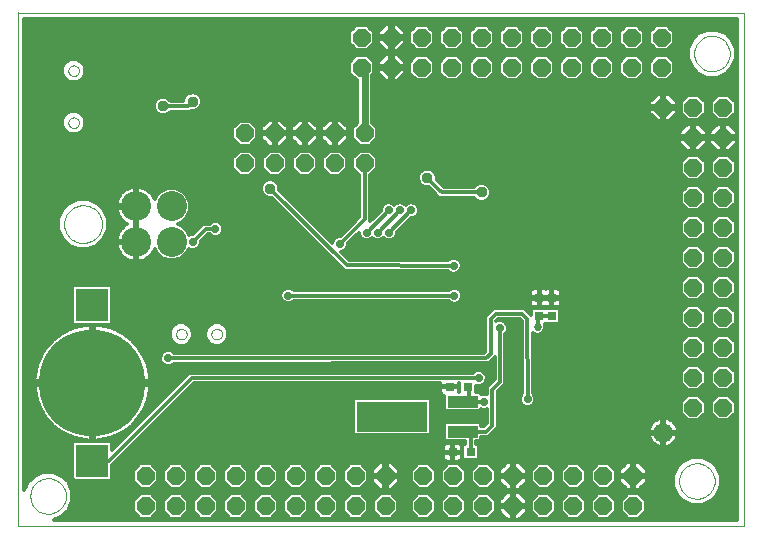
<source format=gbl>
G75*
G70*
%OFA0B0*%
%FSLAX24Y24*%
%IPPOS*%
%LPD*%
%AMOC8*
5,1,8,0,0,1.08239X$1,22.5*
%
%ADD10C,0.0000*%
%ADD11R,0.0315X0.0315*%
%ADD12R,0.1095X0.1095*%
%ADD13C,0.3543*%
%ADD14C,0.1000*%
%ADD15OC8,0.0591*%
%ADD16OC8,0.0600*%
%ADD17R,0.2362X0.0984*%
%ADD18R,0.0984X0.0394*%
%ADD19C,0.0660*%
%ADD20C,0.0376*%
%ADD21C,0.0270*%
%ADD22C,0.0120*%
%ADD23C,0.0240*%
%ADD24C,0.0290*%
D10*
X000599Y000160D02*
X000599Y017278D01*
X000600Y017276D02*
X024780Y017276D01*
X024780Y000156D01*
X024779Y000160D02*
X000599Y000160D01*
X001008Y001160D02*
X001010Y001208D01*
X001016Y001256D01*
X001026Y001303D01*
X001039Y001349D01*
X001057Y001394D01*
X001077Y001438D01*
X001102Y001480D01*
X001130Y001519D01*
X001160Y001556D01*
X001194Y001590D01*
X001231Y001622D01*
X001269Y001651D01*
X001310Y001676D01*
X001353Y001698D01*
X001398Y001716D01*
X001444Y001730D01*
X001491Y001741D01*
X001539Y001748D01*
X001587Y001751D01*
X001635Y001750D01*
X001683Y001745D01*
X001731Y001736D01*
X001777Y001724D01*
X001822Y001707D01*
X001866Y001687D01*
X001908Y001664D01*
X001948Y001637D01*
X001986Y001607D01*
X002021Y001574D01*
X002053Y001538D01*
X002083Y001500D01*
X002109Y001459D01*
X002131Y001416D01*
X002151Y001372D01*
X002166Y001327D01*
X002178Y001280D01*
X002186Y001232D01*
X002190Y001184D01*
X002190Y001136D01*
X002186Y001088D01*
X002178Y001040D01*
X002166Y000993D01*
X002151Y000948D01*
X002131Y000904D01*
X002109Y000861D01*
X002083Y000820D01*
X002053Y000782D01*
X002021Y000746D01*
X001986Y000713D01*
X001948Y000683D01*
X001908Y000656D01*
X001866Y000633D01*
X001822Y000613D01*
X001777Y000596D01*
X001731Y000584D01*
X001683Y000575D01*
X001635Y000570D01*
X001587Y000569D01*
X001539Y000572D01*
X001491Y000579D01*
X001444Y000590D01*
X001398Y000604D01*
X001353Y000622D01*
X001310Y000644D01*
X001269Y000669D01*
X001231Y000698D01*
X001194Y000730D01*
X001160Y000764D01*
X001130Y000801D01*
X001102Y000840D01*
X001077Y000882D01*
X001057Y000926D01*
X001039Y000971D01*
X001026Y001017D01*
X001016Y001064D01*
X001010Y001112D01*
X001008Y001160D01*
X005861Y006558D02*
X005863Y006584D01*
X005869Y006610D01*
X005879Y006635D01*
X005892Y006658D01*
X005908Y006678D01*
X005928Y006696D01*
X005950Y006711D01*
X005973Y006723D01*
X005999Y006731D01*
X006025Y006735D01*
X006051Y006735D01*
X006077Y006731D01*
X006103Y006723D01*
X006127Y006711D01*
X006148Y006696D01*
X006168Y006678D01*
X006184Y006658D01*
X006197Y006635D01*
X006207Y006610D01*
X006213Y006584D01*
X006215Y006558D01*
X006213Y006532D01*
X006207Y006506D01*
X006197Y006481D01*
X006184Y006458D01*
X006168Y006438D01*
X006148Y006420D01*
X006126Y006405D01*
X006103Y006393D01*
X006077Y006385D01*
X006051Y006381D01*
X006025Y006381D01*
X005999Y006385D01*
X005973Y006393D01*
X005949Y006405D01*
X005928Y006420D01*
X005908Y006438D01*
X005892Y006458D01*
X005879Y006481D01*
X005869Y006506D01*
X005863Y006532D01*
X005861Y006558D01*
X007042Y006558D02*
X007044Y006584D01*
X007050Y006610D01*
X007060Y006635D01*
X007073Y006658D01*
X007089Y006678D01*
X007109Y006696D01*
X007131Y006711D01*
X007154Y006723D01*
X007180Y006731D01*
X007206Y006735D01*
X007232Y006735D01*
X007258Y006731D01*
X007284Y006723D01*
X007308Y006711D01*
X007329Y006696D01*
X007349Y006678D01*
X007365Y006658D01*
X007378Y006635D01*
X007388Y006610D01*
X007394Y006584D01*
X007396Y006558D01*
X007394Y006532D01*
X007388Y006506D01*
X007378Y006481D01*
X007365Y006458D01*
X007349Y006438D01*
X007329Y006420D01*
X007307Y006405D01*
X007284Y006393D01*
X007258Y006385D01*
X007232Y006381D01*
X007206Y006381D01*
X007180Y006385D01*
X007154Y006393D01*
X007130Y006405D01*
X007109Y006420D01*
X007089Y006438D01*
X007073Y006458D01*
X007060Y006481D01*
X007050Y006506D01*
X007044Y006532D01*
X007042Y006558D01*
X002135Y010223D02*
X002137Y010273D01*
X002143Y010323D01*
X002153Y010372D01*
X002167Y010420D01*
X002184Y010467D01*
X002205Y010512D01*
X002230Y010556D01*
X002258Y010597D01*
X002290Y010636D01*
X002324Y010673D01*
X002361Y010707D01*
X002401Y010737D01*
X002443Y010764D01*
X002487Y010788D01*
X002533Y010809D01*
X002580Y010825D01*
X002628Y010838D01*
X002678Y010847D01*
X002727Y010852D01*
X002778Y010853D01*
X002828Y010850D01*
X002877Y010843D01*
X002926Y010832D01*
X002974Y010817D01*
X003020Y010799D01*
X003065Y010777D01*
X003108Y010751D01*
X003149Y010722D01*
X003188Y010690D01*
X003224Y010655D01*
X003256Y010617D01*
X003286Y010577D01*
X003313Y010534D01*
X003336Y010490D01*
X003355Y010444D01*
X003371Y010396D01*
X003383Y010347D01*
X003391Y010298D01*
X003395Y010248D01*
X003395Y010198D01*
X003391Y010148D01*
X003383Y010099D01*
X003371Y010050D01*
X003355Y010002D01*
X003336Y009956D01*
X003313Y009912D01*
X003286Y009869D01*
X003256Y009829D01*
X003224Y009791D01*
X003188Y009756D01*
X003149Y009724D01*
X003108Y009695D01*
X003065Y009669D01*
X003020Y009647D01*
X002974Y009629D01*
X002926Y009614D01*
X002877Y009603D01*
X002828Y009596D01*
X002778Y009593D01*
X002727Y009594D01*
X002678Y009599D01*
X002628Y009608D01*
X002580Y009621D01*
X002533Y009637D01*
X002487Y009658D01*
X002443Y009682D01*
X002401Y009709D01*
X002361Y009739D01*
X002324Y009773D01*
X002290Y009810D01*
X002258Y009849D01*
X002230Y009890D01*
X002205Y009934D01*
X002184Y009979D01*
X002167Y010026D01*
X002153Y010074D01*
X002143Y010123D01*
X002137Y010173D01*
X002135Y010223D01*
X002273Y013602D02*
X002275Y013628D01*
X002281Y013654D01*
X002291Y013679D01*
X002304Y013702D01*
X002320Y013722D01*
X002340Y013740D01*
X002362Y013755D01*
X002385Y013767D01*
X002411Y013775D01*
X002437Y013779D01*
X002463Y013779D01*
X002489Y013775D01*
X002515Y013767D01*
X002539Y013755D01*
X002560Y013740D01*
X002580Y013722D01*
X002596Y013702D01*
X002609Y013679D01*
X002619Y013654D01*
X002625Y013628D01*
X002627Y013602D01*
X002625Y013576D01*
X002619Y013550D01*
X002609Y013525D01*
X002596Y013502D01*
X002580Y013482D01*
X002560Y013464D01*
X002538Y013449D01*
X002515Y013437D01*
X002489Y013429D01*
X002463Y013425D01*
X002437Y013425D01*
X002411Y013429D01*
X002385Y013437D01*
X002361Y013449D01*
X002340Y013464D01*
X002320Y013482D01*
X002304Y013502D01*
X002291Y013525D01*
X002281Y013550D01*
X002275Y013576D01*
X002273Y013602D01*
X002273Y015335D02*
X002275Y015361D01*
X002281Y015387D01*
X002291Y015412D01*
X002304Y015435D01*
X002320Y015455D01*
X002340Y015473D01*
X002362Y015488D01*
X002385Y015500D01*
X002411Y015508D01*
X002437Y015512D01*
X002463Y015512D01*
X002489Y015508D01*
X002515Y015500D01*
X002539Y015488D01*
X002560Y015473D01*
X002580Y015455D01*
X002596Y015435D01*
X002609Y015412D01*
X002619Y015387D01*
X002625Y015361D01*
X002627Y015335D01*
X002625Y015309D01*
X002619Y015283D01*
X002609Y015258D01*
X002596Y015235D01*
X002580Y015215D01*
X002560Y015197D01*
X002538Y015182D01*
X002515Y015170D01*
X002489Y015162D01*
X002463Y015158D01*
X002437Y015158D01*
X002411Y015162D01*
X002385Y015170D01*
X002361Y015182D01*
X002340Y015197D01*
X002320Y015215D01*
X002304Y015235D01*
X002291Y015258D01*
X002281Y015283D01*
X002275Y015309D01*
X002273Y015335D01*
X022633Y001660D02*
X022635Y001708D01*
X022641Y001756D01*
X022651Y001803D01*
X022664Y001849D01*
X022682Y001894D01*
X022702Y001938D01*
X022727Y001980D01*
X022755Y002019D01*
X022785Y002056D01*
X022819Y002090D01*
X022856Y002122D01*
X022894Y002151D01*
X022935Y002176D01*
X022978Y002198D01*
X023023Y002216D01*
X023069Y002230D01*
X023116Y002241D01*
X023164Y002248D01*
X023212Y002251D01*
X023260Y002250D01*
X023308Y002245D01*
X023356Y002236D01*
X023402Y002224D01*
X023447Y002207D01*
X023491Y002187D01*
X023533Y002164D01*
X023573Y002137D01*
X023611Y002107D01*
X023646Y002074D01*
X023678Y002038D01*
X023708Y002000D01*
X023734Y001959D01*
X023756Y001916D01*
X023776Y001872D01*
X023791Y001827D01*
X023803Y001780D01*
X023811Y001732D01*
X023815Y001684D01*
X023815Y001636D01*
X023811Y001588D01*
X023803Y001540D01*
X023791Y001493D01*
X023776Y001448D01*
X023756Y001404D01*
X023734Y001361D01*
X023708Y001320D01*
X023678Y001282D01*
X023646Y001246D01*
X023611Y001213D01*
X023573Y001183D01*
X023533Y001156D01*
X023491Y001133D01*
X023447Y001113D01*
X023402Y001096D01*
X023356Y001084D01*
X023308Y001075D01*
X023260Y001070D01*
X023212Y001069D01*
X023164Y001072D01*
X023116Y001079D01*
X023069Y001090D01*
X023023Y001104D01*
X022978Y001122D01*
X022935Y001144D01*
X022894Y001169D01*
X022856Y001198D01*
X022819Y001230D01*
X022785Y001264D01*
X022755Y001301D01*
X022727Y001340D01*
X022702Y001382D01*
X022682Y001426D01*
X022664Y001471D01*
X022651Y001517D01*
X022641Y001564D01*
X022635Y001612D01*
X022633Y001660D01*
X023133Y015910D02*
X023135Y015958D01*
X023141Y016006D01*
X023151Y016053D01*
X023164Y016099D01*
X023182Y016144D01*
X023202Y016188D01*
X023227Y016230D01*
X023255Y016269D01*
X023285Y016306D01*
X023319Y016340D01*
X023356Y016372D01*
X023394Y016401D01*
X023435Y016426D01*
X023478Y016448D01*
X023523Y016466D01*
X023569Y016480D01*
X023616Y016491D01*
X023664Y016498D01*
X023712Y016501D01*
X023760Y016500D01*
X023808Y016495D01*
X023856Y016486D01*
X023902Y016474D01*
X023947Y016457D01*
X023991Y016437D01*
X024033Y016414D01*
X024073Y016387D01*
X024111Y016357D01*
X024146Y016324D01*
X024178Y016288D01*
X024208Y016250D01*
X024234Y016209D01*
X024256Y016166D01*
X024276Y016122D01*
X024291Y016077D01*
X024303Y016030D01*
X024311Y015982D01*
X024315Y015934D01*
X024315Y015886D01*
X024311Y015838D01*
X024303Y015790D01*
X024291Y015743D01*
X024276Y015698D01*
X024256Y015654D01*
X024234Y015611D01*
X024208Y015570D01*
X024178Y015532D01*
X024146Y015496D01*
X024111Y015463D01*
X024073Y015433D01*
X024033Y015406D01*
X023991Y015383D01*
X023947Y015363D01*
X023902Y015346D01*
X023856Y015334D01*
X023808Y015325D01*
X023760Y015320D01*
X023712Y015319D01*
X023664Y015322D01*
X023616Y015329D01*
X023569Y015340D01*
X023523Y015354D01*
X023478Y015372D01*
X023435Y015394D01*
X023394Y015419D01*
X023356Y015448D01*
X023319Y015480D01*
X023285Y015514D01*
X023255Y015551D01*
X023227Y015590D01*
X023202Y015632D01*
X023182Y015676D01*
X023164Y015721D01*
X023151Y015767D01*
X023141Y015814D01*
X023135Y015862D01*
X023133Y015910D01*
D11*
X018391Y007763D03*
X017965Y007763D03*
X017965Y007163D03*
X018391Y007163D03*
X015588Y004811D03*
X014988Y004811D03*
X015083Y002625D03*
X015683Y002625D03*
D12*
X003074Y002335D03*
X003074Y007535D03*
D13*
X003074Y004935D03*
D14*
X004536Y009633D03*
X005718Y009633D03*
X005718Y010814D03*
X004536Y010814D03*
D15*
X008150Y012256D03*
X009150Y012256D03*
X010150Y012256D03*
X011150Y012256D03*
X012150Y012256D03*
X012150Y013256D03*
X011150Y013256D03*
X010150Y013256D03*
X009150Y013256D03*
X008150Y013256D03*
D16*
X012050Y015444D03*
X013050Y015444D03*
X014050Y015444D03*
X015050Y015444D03*
X016050Y015444D03*
X017050Y015444D03*
X018050Y015444D03*
X019050Y015444D03*
X020050Y015444D03*
X021050Y015444D03*
X022050Y015444D03*
X022050Y016444D03*
X021050Y016444D03*
X020050Y016444D03*
X019050Y016444D03*
X018050Y016444D03*
X017050Y016444D03*
X016050Y016444D03*
X015050Y016444D03*
X014050Y016444D03*
X013050Y016444D03*
X012050Y016444D03*
X022101Y014110D03*
X023100Y014106D03*
X024100Y014106D03*
X024100Y013106D03*
X023100Y013106D03*
X023100Y012106D03*
X024100Y012106D03*
X024100Y011106D03*
X023100Y011106D03*
X023100Y010106D03*
X024100Y010106D03*
X024100Y009106D03*
X023100Y009106D03*
X023100Y008106D03*
X024100Y008106D03*
X024100Y007106D03*
X023100Y007106D03*
X023100Y006106D03*
X024100Y006106D03*
X024100Y005106D03*
X023100Y005106D03*
X023100Y004106D03*
X024100Y004106D03*
X021100Y001831D03*
X020100Y001831D03*
X019100Y001831D03*
X018100Y001831D03*
X017100Y001831D03*
X016100Y001831D03*
X015100Y001831D03*
X014100Y001831D03*
X012850Y001831D03*
X011850Y001831D03*
X010850Y001831D03*
X009850Y001831D03*
X008850Y001831D03*
X007850Y001831D03*
X006850Y001831D03*
X005850Y001831D03*
X004850Y001831D03*
X004850Y000831D03*
X005850Y000831D03*
X006850Y000831D03*
X007850Y000831D03*
X008850Y000831D03*
X009850Y000831D03*
X010850Y000831D03*
X011850Y000831D03*
X012850Y000831D03*
X014100Y000831D03*
X015100Y000831D03*
X016100Y000831D03*
X017100Y000831D03*
X018100Y000831D03*
X019100Y000831D03*
X020100Y000831D03*
X021100Y000831D03*
D17*
X013049Y003810D03*
D18*
X015411Y003310D03*
X015411Y004310D03*
D19*
X022104Y003273D03*
D20*
X021659Y003901D03*
X019100Y002815D03*
X014770Y006069D03*
X017038Y006919D03*
X018900Y006744D03*
X020499Y006115D03*
X019590Y008832D03*
X016050Y011281D03*
X014238Y011756D03*
X014350Y012985D03*
X011638Y012909D03*
X010650Y012922D03*
X009650Y012922D03*
X008650Y012922D03*
X009000Y011406D03*
X009613Y011356D03*
X006415Y014306D03*
X005425Y014156D03*
X002400Y016297D03*
X002400Y016797D03*
X004900Y016797D03*
X008150Y016547D03*
X008525Y015797D03*
X008525Y015297D03*
X008525Y014797D03*
X006109Y008526D03*
X023610Y012724D03*
D21*
X017912Y006799D03*
X016945Y005388D03*
X016379Y003042D03*
D22*
X016274Y003130D02*
X016474Y003330D01*
X016579Y003435D01*
X016579Y004635D01*
X016789Y004845D01*
X016842Y004898D01*
X016842Y004971D01*
X016842Y006552D01*
X016887Y006596D01*
X016927Y006694D01*
X016927Y006799D01*
X016887Y006897D01*
X016813Y006971D01*
X016715Y007012D01*
X016610Y007012D01*
X016529Y006978D01*
X016529Y006985D01*
X016599Y007055D01*
X017325Y007055D01*
X017397Y006983D01*
X017397Y004578D01*
X017353Y004534D01*
X017313Y004436D01*
X017313Y004331D01*
X017353Y004233D01*
X017427Y004159D01*
X017525Y004119D01*
X017630Y004119D01*
X017728Y004159D01*
X017802Y004233D01*
X017842Y004331D01*
X017842Y004436D01*
X017802Y004534D01*
X017757Y004578D01*
X017757Y006594D01*
X017768Y006583D01*
X017861Y006544D01*
X017963Y006544D01*
X018057Y006583D01*
X018128Y006655D01*
X018167Y006748D01*
X018167Y006850D01*
X018152Y006885D01*
X018172Y006885D01*
X018178Y006891D01*
X018184Y006885D01*
X018598Y006885D01*
X018668Y006956D01*
X018668Y007370D01*
X018598Y007440D01*
X018184Y007440D01*
X018178Y007435D01*
X018172Y007440D01*
X017758Y007440D01*
X017688Y007370D01*
X017688Y007201D01*
X017474Y007415D01*
X016450Y007415D01*
X016344Y007310D01*
X016169Y007135D01*
X016169Y005980D01*
X016130Y005940D01*
X005795Y005936D01*
X005750Y005981D01*
X005653Y006021D01*
X005547Y006021D01*
X005450Y005981D01*
X005375Y005906D01*
X005335Y005809D01*
X005335Y005703D01*
X005375Y005606D01*
X005450Y005531D01*
X005547Y005491D01*
X005653Y005491D01*
X005750Y005531D01*
X005795Y005576D01*
X016205Y005580D01*
X016279Y005580D01*
X016331Y005632D01*
X016424Y005725D01*
X016482Y005783D01*
X016482Y005047D01*
X016219Y004785D01*
X016219Y004557D01*
X016178Y004574D01*
X016072Y004574D01*
X016023Y004554D01*
X016023Y004557D01*
X015953Y004627D01*
X015865Y004627D01*
X015865Y004842D01*
X015897Y004829D01*
X016003Y004829D01*
X016100Y004869D01*
X016175Y004943D01*
X016215Y005041D01*
X016215Y005146D01*
X016175Y005244D01*
X016100Y005318D01*
X016003Y005359D01*
X015897Y005359D01*
X015800Y005318D01*
X015755Y005274D01*
X006461Y005277D01*
X006461Y005277D01*
X006388Y005277D01*
X006312Y005278D01*
X006312Y005277D01*
X006259Y005224D01*
X006207Y005172D01*
X003742Y002707D01*
X003742Y002932D01*
X003671Y003002D01*
X002477Y003002D01*
X002407Y002932D01*
X002407Y001738D01*
X002477Y001668D01*
X003671Y001668D01*
X003742Y001738D01*
X003742Y002198D01*
X003804Y002260D01*
X006461Y004917D01*
X014670Y004914D01*
X014670Y004830D01*
X014969Y004830D01*
X014969Y004792D01*
X014670Y004792D01*
X014670Y004632D01*
X014681Y004592D01*
X014702Y004555D01*
X014732Y004525D01*
X014768Y004504D01*
X014799Y004496D01*
X014799Y004063D01*
X014869Y003993D01*
X015953Y003993D01*
X016023Y004063D01*
X016023Y004065D01*
X016072Y004044D01*
X016178Y004044D01*
X016219Y004061D01*
X016219Y003585D01*
X016125Y003490D01*
X016023Y003490D01*
X016023Y003557D01*
X015953Y003627D01*
X014869Y003627D01*
X014799Y003557D01*
X014799Y003063D01*
X014869Y002993D01*
X015503Y002993D01*
X015503Y002909D01*
X015503Y002902D01*
X015475Y002902D01*
X015405Y002832D01*
X015405Y002418D01*
X015475Y002348D01*
X015890Y002348D01*
X015960Y002418D01*
X015960Y002832D01*
X015890Y002902D01*
X015863Y002902D01*
X015863Y002908D01*
X015863Y002983D01*
X015863Y002993D01*
X015953Y002993D01*
X016023Y003063D01*
X016023Y003130D01*
X016274Y003130D01*
X016378Y003235D02*
X022065Y003235D01*
X022065Y003234D02*
X021614Y003234D01*
X021626Y003158D01*
X021649Y003085D01*
X021684Y003016D01*
X021730Y002953D01*
X021784Y002899D01*
X021847Y002854D01*
X021915Y002819D01*
X021989Y002795D01*
X022065Y002783D01*
X022065Y002783D01*
X022065Y003234D01*
X022142Y003234D01*
X022142Y002783D01*
X022218Y002795D01*
X022292Y002819D01*
X022360Y002854D01*
X022423Y002899D01*
X022477Y002953D01*
X022523Y003016D01*
X022558Y003085D01*
X022581Y003158D01*
X022593Y003234D01*
X022593Y003234D01*
X022142Y003234D01*
X022142Y003311D01*
X022593Y003311D01*
X022593Y003311D01*
X022581Y003387D01*
X022558Y003461D01*
X022523Y003529D01*
X022477Y003592D01*
X022423Y003646D01*
X022360Y003692D01*
X022292Y003727D01*
X022218Y003751D01*
X022142Y003763D01*
X022142Y003763D01*
X022142Y003311D01*
X022065Y003311D01*
X022065Y003234D01*
X022142Y003235D02*
X024570Y003235D01*
X024570Y003353D02*
X022587Y003353D01*
X022552Y003472D02*
X024570Y003472D01*
X024570Y003590D02*
X022479Y003590D01*
X022327Y003709D02*
X022904Y003709D01*
X022926Y003686D02*
X023274Y003686D01*
X023520Y003932D01*
X023520Y004280D01*
X023274Y004526D01*
X022926Y004526D01*
X022680Y004280D01*
X022680Y003932D01*
X022926Y003686D01*
X022785Y003827D02*
X016579Y003827D01*
X016579Y003709D02*
X021880Y003709D01*
X021847Y003692D02*
X021784Y003646D01*
X021730Y003592D01*
X021684Y003529D01*
X021649Y003461D01*
X021626Y003387D01*
X021614Y003311D01*
X022065Y003311D01*
X022065Y003763D01*
X021989Y003751D01*
X021915Y003727D01*
X021847Y003692D01*
X021728Y003590D02*
X016579Y003590D01*
X016579Y003472D02*
X021655Y003472D01*
X021620Y003353D02*
X016497Y003353D01*
X016399Y003510D02*
X016199Y003310D01*
X015683Y003310D01*
X015683Y002909D01*
X015683Y002625D01*
X015960Y002642D02*
X024570Y002642D01*
X024570Y002524D02*
X015960Y002524D01*
X015947Y002405D02*
X022931Y002405D01*
X023065Y002461D02*
X022771Y002339D01*
X022545Y002113D01*
X022424Y001819D01*
X022424Y001501D01*
X022545Y001207D01*
X022771Y000981D01*
X023065Y000859D01*
X023383Y000859D01*
X023678Y000981D01*
X023903Y001207D01*
X024025Y001501D01*
X024025Y001819D01*
X023903Y002113D01*
X023678Y002339D01*
X023383Y002461D01*
X023065Y002461D01*
X022718Y002287D02*
X021295Y002287D01*
X021291Y002291D02*
X021140Y002291D01*
X021140Y001871D01*
X021560Y001871D01*
X021560Y002022D01*
X021291Y002291D01*
X021140Y002287D02*
X021060Y002287D01*
X021060Y002291D02*
X020909Y002291D01*
X020640Y002022D01*
X020640Y001871D01*
X021060Y001871D01*
X021060Y001791D01*
X021140Y001791D01*
X021140Y001371D01*
X021291Y001371D01*
X021560Y001641D01*
X021560Y001791D01*
X021140Y001791D01*
X021140Y001871D01*
X021060Y001871D01*
X021060Y002291D01*
X021060Y002168D02*
X021140Y002168D01*
X021140Y002050D02*
X021060Y002050D01*
X021060Y001931D02*
X021140Y001931D01*
X021140Y001813D02*
X022424Y001813D01*
X022424Y001694D02*
X021560Y001694D01*
X021495Y001576D02*
X022424Y001576D01*
X022442Y001457D02*
X021376Y001457D01*
X021274Y001251D02*
X020926Y001251D01*
X020680Y001005D01*
X020680Y000657D01*
X020926Y000411D01*
X021274Y000411D01*
X021520Y000657D01*
X021520Y001005D01*
X021274Y001251D01*
X021305Y001220D02*
X022540Y001220D01*
X022491Y001339D02*
X002392Y001339D01*
X002400Y001319D02*
X002278Y001613D01*
X002053Y001839D01*
X001758Y001961D01*
X001440Y001961D01*
X001146Y001839D01*
X000920Y001613D01*
X000809Y001345D01*
X000809Y017066D01*
X024570Y017066D01*
X024570Y000370D01*
X001784Y000370D01*
X002053Y000481D01*
X002278Y000707D01*
X002400Y001001D01*
X002400Y001319D01*
X002400Y001220D02*
X004645Y001220D01*
X004676Y001251D02*
X004430Y001005D01*
X004430Y000657D01*
X004676Y000411D01*
X005024Y000411D01*
X005270Y000657D01*
X005270Y001005D01*
X005024Y001251D01*
X004676Y001251D01*
X004676Y001411D02*
X005024Y001411D01*
X005270Y001657D01*
X005270Y002005D01*
X005024Y002251D01*
X004676Y002251D01*
X004430Y002005D01*
X004430Y001657D01*
X004676Y001411D01*
X004630Y001457D02*
X002343Y001457D01*
X002294Y001576D02*
X004512Y001576D01*
X004430Y001694D02*
X003698Y001694D01*
X003742Y001813D02*
X004430Y001813D01*
X004430Y001931D02*
X003742Y001931D01*
X003742Y002050D02*
X004474Y002050D01*
X004593Y002168D02*
X003742Y002168D01*
X003830Y002287D02*
X012655Y002287D01*
X012659Y002291D02*
X012390Y002022D01*
X012390Y001871D01*
X012810Y001871D01*
X012810Y001791D01*
X012890Y001791D01*
X012890Y001371D01*
X013041Y001371D01*
X013310Y001641D01*
X013310Y001791D01*
X012890Y001791D01*
X012890Y001871D01*
X013310Y001871D01*
X013310Y002022D01*
X013041Y002291D01*
X012890Y002291D01*
X012890Y001871D01*
X012810Y001871D01*
X012810Y002291D01*
X012659Y002291D01*
X012810Y002287D02*
X012890Y002287D01*
X012890Y002168D02*
X012810Y002168D01*
X012810Y002050D02*
X012890Y002050D01*
X012890Y001931D02*
X012810Y001931D01*
X012810Y001813D02*
X012270Y001813D01*
X012270Y001931D02*
X012390Y001931D01*
X012418Y002050D02*
X012226Y002050D01*
X012270Y002005D02*
X012024Y002251D01*
X011676Y002251D01*
X011430Y002005D01*
X011430Y001657D01*
X011676Y001411D01*
X012024Y001411D01*
X012270Y001657D01*
X012270Y002005D01*
X012107Y002168D02*
X012536Y002168D01*
X012390Y001791D02*
X012390Y001641D01*
X012659Y001371D01*
X012810Y001371D01*
X012810Y001791D01*
X012390Y001791D01*
X012390Y001694D02*
X012270Y001694D01*
X012188Y001576D02*
X012455Y001576D01*
X012574Y001457D02*
X012070Y001457D01*
X012024Y001251D02*
X011676Y001251D01*
X011430Y001005D01*
X011430Y000657D01*
X011676Y000411D01*
X012024Y000411D01*
X012270Y000657D01*
X012270Y001005D01*
X012024Y001251D01*
X012055Y001220D02*
X012645Y001220D01*
X012676Y001251D02*
X012430Y001005D01*
X012430Y000657D01*
X012676Y000411D01*
X013024Y000411D01*
X013270Y000657D01*
X013270Y001005D01*
X013024Y001251D01*
X012676Y001251D01*
X012526Y001102D02*
X012174Y001102D01*
X012270Y000983D02*
X012430Y000983D01*
X012430Y000865D02*
X012270Y000865D01*
X012270Y000746D02*
X012430Y000746D01*
X012460Y000628D02*
X012240Y000628D01*
X012122Y000509D02*
X012578Y000509D01*
X013122Y000509D02*
X013828Y000509D01*
X013926Y000411D02*
X014274Y000411D01*
X014520Y000657D01*
X014520Y001005D01*
X014274Y001251D01*
X013926Y001251D01*
X013680Y001005D01*
X013680Y000657D01*
X013926Y000411D01*
X013710Y000628D02*
X013240Y000628D01*
X013270Y000746D02*
X013680Y000746D01*
X013680Y000865D02*
X013270Y000865D01*
X013270Y000983D02*
X013680Y000983D01*
X013776Y001102D02*
X013174Y001102D01*
X013055Y001220D02*
X013895Y001220D01*
X013926Y001411D02*
X014274Y001411D01*
X014520Y001657D01*
X014520Y002005D01*
X014274Y002251D01*
X013926Y002251D01*
X013680Y002005D01*
X013680Y001657D01*
X013926Y001411D01*
X013880Y001457D02*
X013126Y001457D01*
X013245Y001576D02*
X013762Y001576D01*
X013680Y001694D02*
X013310Y001694D01*
X013680Y001813D02*
X012890Y001813D01*
X012890Y001694D02*
X012810Y001694D01*
X012810Y001576D02*
X012890Y001576D01*
X012890Y001457D02*
X012810Y001457D01*
X013310Y001931D02*
X013680Y001931D01*
X013724Y002050D02*
X013282Y002050D01*
X013164Y002168D02*
X013843Y002168D01*
X014357Y002168D02*
X014843Y002168D01*
X014926Y002251D02*
X014680Y002005D01*
X014680Y001657D01*
X014926Y001411D01*
X015274Y001411D01*
X015520Y001657D01*
X015520Y002005D01*
X015274Y002251D01*
X014926Y002251D01*
X014904Y002308D02*
X015064Y002308D01*
X015064Y002606D01*
X015101Y002606D01*
X015101Y002308D01*
X015261Y002308D01*
X015302Y002318D01*
X015338Y002339D01*
X015368Y002369D01*
X015389Y002406D01*
X015400Y002446D01*
X015400Y002606D01*
X015101Y002606D01*
X015101Y002644D01*
X015064Y002644D01*
X015064Y002942D01*
X014904Y002942D01*
X014863Y002932D01*
X014827Y002911D01*
X014797Y002881D01*
X014776Y002844D01*
X014765Y002804D01*
X014765Y002644D01*
X015064Y002644D01*
X015064Y002606D01*
X014765Y002606D01*
X014765Y002446D01*
X014776Y002406D01*
X014797Y002369D01*
X014827Y002339D01*
X014863Y002318D01*
X014904Y002308D01*
X014776Y002405D02*
X003949Y002405D01*
X004067Y002524D02*
X014765Y002524D01*
X014765Y002761D02*
X004304Y002761D01*
X004423Y002879D02*
X014796Y002879D01*
X014865Y002998D02*
X004541Y002998D01*
X004660Y003116D02*
X014799Y003116D01*
X014799Y003235D02*
X014316Y003235D01*
X014350Y003268D02*
X014279Y003198D01*
X011818Y003198D01*
X011747Y003268D01*
X011747Y004352D01*
X011818Y004422D01*
X014279Y004422D01*
X014350Y004352D01*
X014350Y003268D01*
X014350Y003353D02*
X014799Y003353D01*
X014799Y003472D02*
X014350Y003472D01*
X014350Y003590D02*
X014832Y003590D01*
X014350Y003709D02*
X016219Y003709D01*
X016219Y003827D02*
X014350Y003827D01*
X014350Y003946D02*
X016219Y003946D01*
X016024Y004064D02*
X016023Y004064D01*
X016125Y004309D02*
X015632Y004310D01*
X015632Y004698D01*
X015588Y004811D01*
X015865Y004775D02*
X016219Y004775D01*
X016219Y004657D02*
X015865Y004657D01*
X016125Y004894D02*
X016328Y004894D01*
X016447Y005012D02*
X016203Y005012D01*
X016215Y005131D02*
X016482Y005131D01*
X016482Y005249D02*
X016169Y005249D01*
X015950Y005094D02*
X006387Y005098D01*
X003624Y002335D01*
X003074Y002335D01*
X003742Y002761D02*
X003795Y002761D01*
X003742Y002879D02*
X003914Y002879D01*
X004032Y002998D02*
X003676Y002998D01*
X003656Y003091D02*
X003814Y003149D01*
X003967Y003220D01*
X004113Y003304D01*
X004251Y003401D01*
X004380Y003509D01*
X004500Y003629D01*
X004608Y003758D01*
X004705Y003896D01*
X004789Y004042D01*
X004860Y004195D01*
X004918Y004354D01*
X004962Y004517D01*
X004991Y004683D01*
X005006Y004851D01*
X005006Y004875D01*
X003134Y004875D01*
X003134Y003003D01*
X003158Y003003D01*
X003327Y003018D01*
X003493Y003047D01*
X003656Y003091D01*
X003724Y003116D02*
X004151Y003116D01*
X004269Y003235D02*
X003992Y003235D01*
X004183Y003353D02*
X004388Y003353D01*
X004335Y003472D02*
X004506Y003472D01*
X004461Y003590D02*
X004625Y003590D01*
X004567Y003709D02*
X004743Y003709D01*
X004656Y003827D02*
X004862Y003827D01*
X004980Y003946D02*
X004733Y003946D01*
X004799Y004064D02*
X005099Y004064D01*
X005217Y004183D02*
X004855Y004183D01*
X004899Y004301D02*
X005336Y004301D01*
X005454Y004420D02*
X004936Y004420D01*
X004966Y004538D02*
X005573Y004538D01*
X005691Y004657D02*
X004986Y004657D01*
X004999Y004775D02*
X005810Y004775D01*
X005928Y004894D02*
X003134Y004894D01*
X003134Y004875D02*
X003134Y004995D01*
X003014Y004995D01*
X003014Y004875D01*
X001142Y004875D01*
X001142Y004851D01*
X001157Y004683D01*
X001186Y004517D01*
X001230Y004354D01*
X001288Y004195D01*
X001359Y004042D01*
X001443Y003896D01*
X001540Y003758D01*
X001649Y003629D01*
X001768Y003509D01*
X001897Y003401D01*
X002035Y003304D01*
X002181Y003220D01*
X002334Y003149D01*
X002493Y003091D01*
X002656Y003047D01*
X002822Y003018D01*
X002990Y003003D01*
X003014Y003003D01*
X003014Y004875D01*
X003134Y004875D01*
X003134Y004775D02*
X003014Y004775D01*
X003014Y004657D02*
X003134Y004657D01*
X003134Y004538D02*
X003014Y004538D01*
X003014Y004420D02*
X003134Y004420D01*
X003134Y004301D02*
X003014Y004301D01*
X003014Y004183D02*
X003134Y004183D01*
X003134Y004064D02*
X003014Y004064D01*
X003014Y003946D02*
X003134Y003946D01*
X003134Y003827D02*
X003014Y003827D01*
X003014Y003709D02*
X003134Y003709D01*
X003134Y003590D02*
X003014Y003590D01*
X003014Y003472D02*
X003134Y003472D01*
X003134Y003353D02*
X003014Y003353D01*
X003014Y003235D02*
X003134Y003235D01*
X003134Y003116D02*
X003014Y003116D01*
X002472Y002998D02*
X000809Y002998D01*
X000809Y003116D02*
X002424Y003116D01*
X002407Y002879D02*
X000809Y002879D01*
X000809Y002761D02*
X002407Y002761D01*
X002407Y002642D02*
X000809Y002642D01*
X000809Y002524D02*
X002407Y002524D01*
X002407Y002405D02*
X000809Y002405D01*
X000809Y002287D02*
X002407Y002287D01*
X002407Y002168D02*
X000809Y002168D01*
X000809Y002050D02*
X002407Y002050D01*
X002407Y001931D02*
X001830Y001931D01*
X002079Y001813D02*
X002407Y001813D01*
X002450Y001694D02*
X002197Y001694D01*
X002400Y001102D02*
X004526Y001102D01*
X004430Y000983D02*
X002392Y000983D01*
X002343Y000865D02*
X004430Y000865D01*
X004430Y000746D02*
X002294Y000746D01*
X002199Y000628D02*
X004460Y000628D01*
X004578Y000509D02*
X002080Y000509D01*
X001833Y000391D02*
X016890Y000391D01*
X016909Y000371D02*
X017060Y000371D01*
X017060Y000791D01*
X017140Y000791D01*
X017140Y000371D01*
X017291Y000371D01*
X017560Y000641D01*
X017560Y000791D01*
X017140Y000791D01*
X017140Y000871D01*
X017560Y000871D01*
X017560Y001022D01*
X017291Y001291D01*
X017140Y001291D01*
X017140Y000871D01*
X017060Y000871D01*
X017060Y000791D01*
X016640Y000791D01*
X016640Y000641D01*
X016909Y000371D01*
X017060Y000391D02*
X017140Y000391D01*
X017140Y000509D02*
X017060Y000509D01*
X017060Y000628D02*
X017140Y000628D01*
X017140Y000746D02*
X017060Y000746D01*
X017060Y000865D02*
X016520Y000865D01*
X016520Y000983D02*
X016640Y000983D01*
X016640Y001022D02*
X016640Y000871D01*
X017060Y000871D01*
X017060Y001291D01*
X016909Y001291D01*
X016640Y001022D01*
X016720Y001102D02*
X016424Y001102D01*
X016520Y001005D02*
X016274Y001251D01*
X015926Y001251D01*
X015680Y001005D01*
X015680Y000657D01*
X015926Y000411D01*
X016274Y000411D01*
X016520Y000657D01*
X016520Y001005D01*
X016520Y000746D02*
X016640Y000746D01*
X016653Y000628D02*
X016490Y000628D01*
X016372Y000509D02*
X016772Y000509D01*
X017140Y000865D02*
X017680Y000865D01*
X017680Y000983D02*
X017560Y000983D01*
X017680Y001005D02*
X017680Y000657D01*
X017926Y000411D01*
X018274Y000411D01*
X018520Y000657D01*
X018520Y001005D01*
X018274Y001251D01*
X017926Y001251D01*
X017680Y001005D01*
X017776Y001102D02*
X017480Y001102D01*
X017362Y001220D02*
X017895Y001220D01*
X017926Y001411D02*
X018274Y001411D01*
X018520Y001657D01*
X018520Y002005D01*
X018274Y002251D01*
X017926Y002251D01*
X017680Y002005D01*
X017680Y001657D01*
X017926Y001411D01*
X017880Y001457D02*
X017376Y001457D01*
X017291Y001371D02*
X017140Y001371D01*
X017140Y001791D01*
X017060Y001791D01*
X017060Y001371D01*
X016909Y001371D01*
X016640Y001641D01*
X016640Y001791D01*
X017060Y001791D01*
X017060Y001871D01*
X016640Y001871D01*
X016640Y002022D01*
X016909Y002291D01*
X017060Y002291D01*
X017060Y001871D01*
X017140Y001871D01*
X017560Y001871D01*
X017560Y002022D01*
X017291Y002291D01*
X017140Y002291D01*
X017140Y001871D01*
X017140Y001791D01*
X017560Y001791D01*
X017560Y001641D01*
X017291Y001371D01*
X017140Y001457D02*
X017060Y001457D01*
X017060Y001576D02*
X017140Y001576D01*
X017140Y001694D02*
X017060Y001694D01*
X017060Y001813D02*
X016520Y001813D01*
X016520Y001931D02*
X016640Y001931D01*
X016668Y002050D02*
X016476Y002050D01*
X016520Y002005D02*
X016274Y002251D01*
X015926Y002251D01*
X015680Y002005D01*
X015680Y001657D01*
X015926Y001411D01*
X016274Y001411D01*
X016520Y001657D01*
X016520Y002005D01*
X016357Y002168D02*
X016786Y002168D01*
X016905Y002287D02*
X013045Y002287D01*
X014476Y002050D02*
X014724Y002050D01*
X014680Y001931D02*
X014520Y001931D01*
X014520Y001813D02*
X014680Y001813D01*
X014680Y001694D02*
X014520Y001694D01*
X014438Y001576D02*
X014762Y001576D01*
X014880Y001457D02*
X014320Y001457D01*
X014305Y001220D02*
X014895Y001220D01*
X014926Y001251D02*
X014680Y001005D01*
X014680Y000657D01*
X014926Y000411D01*
X015274Y000411D01*
X015520Y000657D01*
X015520Y001005D01*
X015274Y001251D01*
X014926Y001251D01*
X014776Y001102D02*
X014424Y001102D01*
X014520Y000983D02*
X014680Y000983D01*
X014680Y000865D02*
X014520Y000865D01*
X014520Y000746D02*
X014680Y000746D01*
X014710Y000628D02*
X014490Y000628D01*
X014372Y000509D02*
X014828Y000509D01*
X015372Y000509D02*
X015828Y000509D01*
X015710Y000628D02*
X015490Y000628D01*
X015520Y000746D02*
X015680Y000746D01*
X015680Y000865D02*
X015520Y000865D01*
X015520Y000983D02*
X015680Y000983D01*
X015776Y001102D02*
X015424Y001102D01*
X015305Y001220D02*
X015895Y001220D01*
X015880Y001457D02*
X015320Y001457D01*
X015438Y001576D02*
X015762Y001576D01*
X015680Y001694D02*
X015520Y001694D01*
X015520Y001813D02*
X015680Y001813D01*
X015680Y001931D02*
X015520Y001931D01*
X015476Y002050D02*
X015724Y002050D01*
X015843Y002168D02*
X015357Y002168D01*
X015389Y002405D02*
X015418Y002405D01*
X015405Y002524D02*
X015400Y002524D01*
X015405Y002642D02*
X015101Y002642D01*
X015101Y002644D02*
X015400Y002644D01*
X015400Y002804D01*
X015389Y002844D01*
X015368Y002881D01*
X015338Y002911D01*
X015302Y002932D01*
X015261Y002942D01*
X015101Y002942D01*
X015101Y002644D01*
X015064Y002642D02*
X004186Y002642D01*
X004778Y003235D02*
X011781Y003235D01*
X011747Y003353D02*
X004897Y003353D01*
X005015Y003472D02*
X011747Y003472D01*
X011747Y003590D02*
X005134Y003590D01*
X005252Y003709D02*
X011747Y003709D01*
X011747Y003827D02*
X005371Y003827D01*
X005489Y003946D02*
X011747Y003946D01*
X011747Y004064D02*
X005608Y004064D01*
X005726Y004183D02*
X011747Y004183D01*
X011747Y004301D02*
X005845Y004301D01*
X005963Y004420D02*
X011815Y004420D01*
X014282Y004420D02*
X014799Y004420D01*
X014799Y004301D02*
X014350Y004301D01*
X014350Y004183D02*
X014799Y004183D01*
X014799Y004064D02*
X014350Y004064D01*
X014719Y004538D02*
X006082Y004538D01*
X006200Y004657D02*
X014670Y004657D01*
X014670Y004775D02*
X006319Y004775D01*
X006437Y004894D02*
X014670Y004894D01*
X015006Y004830D02*
X015305Y004830D01*
X015305Y004914D01*
X015310Y004914D01*
X015310Y004627D01*
X015304Y004627D01*
X015305Y004632D01*
X015305Y004792D01*
X015006Y004792D01*
X015006Y004830D01*
X015305Y004775D02*
X015310Y004775D01*
X015305Y004657D02*
X015310Y004657D01*
X015305Y004894D02*
X015310Y004894D01*
X015412Y004348D02*
X015411Y004310D01*
X015632Y004310D01*
X016399Y004710D02*
X016399Y003510D01*
X016219Y003590D02*
X015989Y003590D01*
X015683Y003310D02*
X015411Y003310D01*
X015452Y002879D02*
X015369Y002879D01*
X015400Y002761D02*
X015405Y002761D01*
X015101Y002761D02*
X015064Y002761D01*
X015064Y002879D02*
X015101Y002879D01*
X015101Y002524D02*
X015064Y002524D01*
X015064Y002405D02*
X015101Y002405D01*
X015960Y002761D02*
X024570Y002761D01*
X024570Y002879D02*
X022395Y002879D01*
X022509Y002998D02*
X024570Y002998D01*
X024570Y003116D02*
X022568Y003116D01*
X022142Y003116D02*
X022065Y003116D01*
X022065Y002998D02*
X022142Y002998D01*
X022142Y002879D02*
X022065Y002879D01*
X022142Y002783D02*
X022142Y002783D01*
X021812Y002879D02*
X015913Y002879D01*
X015863Y002983D02*
X015863Y002983D01*
X015957Y002998D02*
X021698Y002998D01*
X021639Y003116D02*
X016023Y003116D01*
X017060Y002287D02*
X017140Y002287D01*
X017140Y002168D02*
X017060Y002168D01*
X017060Y002050D02*
X017140Y002050D01*
X017140Y001931D02*
X017060Y001931D01*
X017140Y001813D02*
X017680Y001813D01*
X017680Y001931D02*
X017560Y001931D01*
X017532Y002050D02*
X017724Y002050D01*
X017843Y002168D02*
X017414Y002168D01*
X017295Y002287D02*
X020905Y002287D01*
X020786Y002168D02*
X020357Y002168D01*
X020274Y002251D02*
X019926Y002251D01*
X019680Y002005D01*
X019680Y001657D01*
X019926Y001411D01*
X020274Y001411D01*
X020520Y001657D01*
X020520Y002005D01*
X020274Y002251D01*
X020476Y002050D02*
X020668Y002050D01*
X020640Y001931D02*
X020520Y001931D01*
X020520Y001813D02*
X021060Y001813D01*
X021060Y001791D02*
X020640Y001791D01*
X020640Y001641D01*
X020909Y001371D01*
X021060Y001371D01*
X021060Y001791D01*
X021060Y001694D02*
X021140Y001694D01*
X021140Y001576D02*
X021060Y001576D01*
X021060Y001457D02*
X021140Y001457D01*
X020824Y001457D02*
X020320Y001457D01*
X020438Y001576D02*
X020705Y001576D01*
X020640Y001694D02*
X020520Y001694D01*
X020274Y001251D02*
X019926Y001251D01*
X019680Y001005D01*
X019680Y000657D01*
X019926Y000411D01*
X020274Y000411D01*
X020520Y000657D01*
X020520Y001005D01*
X020274Y001251D01*
X020305Y001220D02*
X020895Y001220D01*
X020776Y001102D02*
X020424Y001102D01*
X020520Y000983D02*
X020680Y000983D01*
X020680Y000865D02*
X020520Y000865D01*
X020520Y000746D02*
X020680Y000746D01*
X020710Y000628D02*
X020490Y000628D01*
X020372Y000509D02*
X020828Y000509D01*
X021372Y000509D02*
X024570Y000509D01*
X024570Y000391D02*
X017310Y000391D01*
X017428Y000509D02*
X017828Y000509D01*
X017710Y000628D02*
X017547Y000628D01*
X017560Y000746D02*
X017680Y000746D01*
X017140Y000983D02*
X017060Y000983D01*
X017060Y001102D02*
X017140Y001102D01*
X017140Y001220D02*
X017060Y001220D01*
X016838Y001220D02*
X016305Y001220D01*
X016320Y001457D02*
X016824Y001457D01*
X016705Y001576D02*
X016438Y001576D01*
X016520Y001694D02*
X016640Y001694D01*
X017495Y001576D02*
X017762Y001576D01*
X017680Y001694D02*
X017560Y001694D01*
X018320Y001457D02*
X018880Y001457D01*
X018926Y001411D02*
X019274Y001411D01*
X019520Y001657D01*
X019520Y002005D01*
X019274Y002251D01*
X018926Y002251D01*
X018680Y002005D01*
X018680Y001657D01*
X018926Y001411D01*
X018926Y001251D02*
X018680Y001005D01*
X018680Y000657D01*
X018926Y000411D01*
X019274Y000411D01*
X019520Y000657D01*
X019520Y001005D01*
X019274Y001251D01*
X018926Y001251D01*
X018895Y001220D02*
X018305Y001220D01*
X018424Y001102D02*
X018776Y001102D01*
X018680Y000983D02*
X018520Y000983D01*
X018520Y000865D02*
X018680Y000865D01*
X018680Y000746D02*
X018520Y000746D01*
X018490Y000628D02*
X018710Y000628D01*
X018828Y000509D02*
X018372Y000509D01*
X019372Y000509D02*
X019828Y000509D01*
X019710Y000628D02*
X019490Y000628D01*
X019520Y000746D02*
X019680Y000746D01*
X019680Y000865D02*
X019520Y000865D01*
X019520Y000983D02*
X019680Y000983D01*
X019776Y001102D02*
X019424Y001102D01*
X019305Y001220D02*
X019895Y001220D01*
X019880Y001457D02*
X019320Y001457D01*
X019438Y001576D02*
X019762Y001576D01*
X019680Y001694D02*
X019520Y001694D01*
X019520Y001813D02*
X019680Y001813D01*
X019680Y001931D02*
X019520Y001931D01*
X019476Y002050D02*
X019724Y002050D01*
X019843Y002168D02*
X019357Y002168D01*
X018843Y002168D02*
X018357Y002168D01*
X018476Y002050D02*
X018724Y002050D01*
X018680Y001931D02*
X018520Y001931D01*
X018520Y001813D02*
X018680Y001813D01*
X018680Y001694D02*
X018520Y001694D01*
X018438Y001576D02*
X018762Y001576D01*
X021424Y001102D02*
X022650Y001102D01*
X022769Y000983D02*
X021520Y000983D01*
X021520Y000865D02*
X023053Y000865D01*
X023396Y000865D02*
X024570Y000865D01*
X024570Y000983D02*
X023679Y000983D01*
X023798Y001102D02*
X024570Y001102D01*
X024570Y001220D02*
X023908Y001220D01*
X023957Y001339D02*
X024570Y001339D01*
X024570Y001457D02*
X024007Y001457D01*
X024025Y001576D02*
X024570Y001576D01*
X024570Y001694D02*
X024025Y001694D01*
X024025Y001813D02*
X024570Y001813D01*
X024570Y001931D02*
X023978Y001931D01*
X023929Y002050D02*
X024570Y002050D01*
X024570Y002168D02*
X023848Y002168D01*
X023730Y002287D02*
X024570Y002287D01*
X024570Y002405D02*
X023517Y002405D01*
X022600Y002168D02*
X021414Y002168D01*
X021532Y002050D02*
X022519Y002050D01*
X022470Y001931D02*
X021560Y001931D01*
X021520Y000746D02*
X024570Y000746D01*
X024570Y000628D02*
X021490Y000628D01*
X021614Y003234D02*
X021614Y003234D01*
X021614Y003311D02*
X021614Y003311D01*
X022065Y003353D02*
X022142Y003353D01*
X022142Y003472D02*
X022065Y003472D01*
X022065Y003590D02*
X022142Y003590D01*
X022142Y003709D02*
X022065Y003709D01*
X022065Y003763D02*
X022065Y003763D01*
X022680Y003946D02*
X016579Y003946D01*
X016579Y004064D02*
X022680Y004064D01*
X022680Y004183D02*
X017751Y004183D01*
X017830Y004301D02*
X022701Y004301D01*
X022819Y004420D02*
X017842Y004420D01*
X017798Y004538D02*
X024570Y004538D01*
X024570Y004420D02*
X024381Y004420D01*
X024274Y004526D02*
X023926Y004526D01*
X023680Y004280D01*
X023680Y003932D01*
X023926Y003686D01*
X024274Y003686D01*
X024520Y003932D01*
X024520Y004280D01*
X024274Y004526D01*
X024274Y004686D02*
X024520Y004932D01*
X024520Y005280D01*
X024274Y005526D01*
X023926Y005526D01*
X023680Y005280D01*
X023680Y004932D01*
X023926Y004686D01*
X024274Y004686D01*
X024363Y004775D02*
X024570Y004775D01*
X024570Y004657D02*
X017757Y004657D01*
X017757Y004775D02*
X022837Y004775D01*
X022926Y004686D02*
X022680Y004932D01*
X022680Y005280D01*
X022926Y005526D01*
X023274Y005526D01*
X023520Y005280D01*
X023520Y004932D01*
X023274Y004686D01*
X022926Y004686D01*
X022719Y004894D02*
X017757Y004894D01*
X017757Y005012D02*
X022680Y005012D01*
X022680Y005131D02*
X017757Y005131D01*
X017757Y005249D02*
X022680Y005249D01*
X022767Y005368D02*
X017757Y005368D01*
X017757Y005486D02*
X022886Y005486D01*
X022926Y005686D02*
X023274Y005686D01*
X023520Y005932D01*
X023520Y006280D01*
X023274Y006526D01*
X022926Y006526D01*
X022680Y006280D01*
X022680Y005932D01*
X022926Y005686D01*
X022889Y005723D02*
X017757Y005723D01*
X017757Y005605D02*
X024570Y005605D01*
X024570Y005723D02*
X024311Y005723D01*
X024274Y005686D02*
X024520Y005932D01*
X024520Y006280D01*
X024274Y006526D01*
X023926Y006526D01*
X023680Y006280D01*
X023680Y005932D01*
X023926Y005686D01*
X024274Y005686D01*
X024314Y005486D02*
X024570Y005486D01*
X024570Y005368D02*
X024433Y005368D01*
X024520Y005249D02*
X024570Y005249D01*
X024570Y005131D02*
X024520Y005131D01*
X024520Y005012D02*
X024570Y005012D01*
X024570Y004894D02*
X024481Y004894D01*
X023837Y004775D02*
X023363Y004775D01*
X023481Y004894D02*
X023719Y004894D01*
X023680Y005012D02*
X023520Y005012D01*
X023520Y005131D02*
X023680Y005131D01*
X023680Y005249D02*
X023520Y005249D01*
X023433Y005368D02*
X023767Y005368D01*
X023886Y005486D02*
X023314Y005486D01*
X023311Y005723D02*
X023889Y005723D01*
X023771Y005842D02*
X023429Y005842D01*
X023520Y005960D02*
X023680Y005960D01*
X023680Y006079D02*
X023520Y006079D01*
X023520Y006197D02*
X023680Y006197D01*
X023715Y006316D02*
X023485Y006316D01*
X023366Y006434D02*
X023834Y006434D01*
X023926Y006686D02*
X024274Y006686D01*
X024520Y006932D01*
X024520Y007280D01*
X024274Y007526D01*
X023926Y007526D01*
X023680Y007280D01*
X023680Y006932D01*
X023926Y006686D01*
X023823Y006790D02*
X023377Y006790D01*
X023274Y006686D02*
X023520Y006932D01*
X023520Y007280D01*
X023274Y007526D01*
X022926Y007526D01*
X022680Y007280D01*
X022680Y006932D01*
X022926Y006686D01*
X023274Y006686D01*
X023496Y006908D02*
X023704Y006908D01*
X023680Y007027D02*
X023520Y007027D01*
X023520Y007145D02*
X023680Y007145D01*
X023680Y007264D02*
X023520Y007264D01*
X023418Y007382D02*
X023782Y007382D01*
X023900Y007501D02*
X023300Y007501D01*
X023274Y007686D02*
X022926Y007686D01*
X022680Y007932D01*
X022680Y008280D01*
X022926Y008526D01*
X023274Y008526D01*
X023520Y008280D01*
X023520Y007932D01*
X023274Y007686D01*
X023325Y007738D02*
X023875Y007738D01*
X023926Y007686D02*
X024274Y007686D01*
X024520Y007932D01*
X024520Y008280D01*
X024274Y008526D01*
X023926Y008526D01*
X023680Y008280D01*
X023680Y007932D01*
X023926Y007686D01*
X023756Y007856D02*
X023444Y007856D01*
X023520Y007975D02*
X023680Y007975D01*
X023680Y008093D02*
X023520Y008093D01*
X023520Y008212D02*
X023680Y008212D01*
X023730Y008330D02*
X023470Y008330D01*
X023352Y008449D02*
X023848Y008449D01*
X023926Y008686D02*
X024274Y008686D01*
X024520Y008932D01*
X024520Y009280D01*
X024274Y009526D01*
X023926Y009526D01*
X023680Y009280D01*
X023680Y008932D01*
X023926Y008686D01*
X023808Y008804D02*
X023392Y008804D01*
X023274Y008686D02*
X023520Y008932D01*
X023520Y009280D01*
X023274Y009526D01*
X022926Y009526D01*
X022680Y009280D01*
X022680Y008932D01*
X022926Y008686D01*
X023274Y008686D01*
X023510Y008923D02*
X023690Y008923D01*
X023680Y009041D02*
X023520Y009041D01*
X023520Y009160D02*
X023680Y009160D01*
X023680Y009278D02*
X023520Y009278D01*
X023404Y009397D02*
X023796Y009397D01*
X023915Y009515D02*
X023285Y009515D01*
X023274Y009686D02*
X023520Y009932D01*
X023520Y010280D01*
X023274Y010526D01*
X022926Y010526D01*
X022680Y010280D01*
X022680Y009932D01*
X022926Y009686D01*
X023274Y009686D01*
X023340Y009752D02*
X023860Y009752D01*
X023926Y009686D02*
X024274Y009686D01*
X024520Y009932D01*
X024520Y010280D01*
X024274Y010526D01*
X023926Y010526D01*
X023680Y010280D01*
X023680Y009932D01*
X023926Y009686D01*
X023742Y009871D02*
X023458Y009871D01*
X023520Y009989D02*
X023680Y009989D01*
X023680Y010108D02*
X023520Y010108D01*
X023520Y010226D02*
X023680Y010226D01*
X023744Y010345D02*
X023456Y010345D01*
X023337Y010463D02*
X023863Y010463D01*
X023926Y010686D02*
X024274Y010686D01*
X024520Y010932D01*
X024520Y011280D01*
X024274Y011526D01*
X023926Y011526D01*
X023680Y011280D01*
X023680Y010932D01*
X023926Y010686D01*
X023912Y010700D02*
X023288Y010700D01*
X023274Y010686D02*
X023520Y010932D01*
X023520Y011280D01*
X023274Y011526D01*
X022926Y011526D01*
X022680Y011280D01*
X022680Y010932D01*
X022926Y010686D01*
X023274Y010686D01*
X023406Y010819D02*
X023794Y010819D01*
X023680Y010937D02*
X023520Y010937D01*
X023520Y011056D02*
X023680Y011056D01*
X023680Y011174D02*
X023520Y011174D01*
X023508Y011293D02*
X023692Y011293D01*
X023811Y011411D02*
X023389Y011411D01*
X023274Y011686D02*
X023520Y011932D01*
X023520Y012280D01*
X023274Y012526D01*
X022926Y012526D01*
X022680Y012280D01*
X022680Y011932D01*
X022926Y011686D01*
X023274Y011686D01*
X023354Y011767D02*
X023846Y011767D01*
X023926Y011686D02*
X023680Y011932D01*
X023680Y012280D01*
X023926Y012526D01*
X024274Y012526D01*
X024520Y012280D01*
X024520Y011932D01*
X024274Y011686D01*
X023926Y011686D01*
X023727Y011885D02*
X023473Y011885D01*
X023520Y012004D02*
X023680Y012004D01*
X023680Y012122D02*
X023520Y012122D01*
X023520Y012241D02*
X023680Y012241D01*
X023759Y012359D02*
X023441Y012359D01*
X023323Y012478D02*
X023877Y012478D01*
X023909Y012646D02*
X023640Y012916D01*
X023640Y013066D01*
X024060Y013066D01*
X024140Y013066D01*
X024140Y012646D01*
X024291Y012646D01*
X024560Y012916D01*
X024560Y013066D01*
X024140Y013066D01*
X024140Y013146D01*
X024560Y013146D01*
X024560Y013297D01*
X024291Y013566D01*
X024140Y013566D01*
X024140Y013146D01*
X024060Y013146D01*
X024060Y013066D01*
X024060Y012646D01*
X023909Y012646D01*
X023841Y012715D02*
X023359Y012715D01*
X023291Y012646D02*
X023560Y012916D01*
X023560Y013066D01*
X023140Y013066D01*
X023140Y012646D01*
X023291Y012646D01*
X023140Y012715D02*
X023060Y012715D01*
X023060Y012646D02*
X023060Y013066D01*
X023140Y013066D01*
X023140Y013146D01*
X023560Y013146D01*
X023560Y013297D01*
X023291Y013566D01*
X023140Y013566D01*
X023140Y013146D01*
X023060Y013146D01*
X023060Y013066D01*
X022640Y013066D01*
X022640Y012916D01*
X022909Y012646D01*
X023060Y012646D01*
X023060Y012833D02*
X023140Y012833D01*
X023140Y012952D02*
X023060Y012952D01*
X023060Y013070D02*
X012551Y013070D01*
X012565Y013084D02*
X012322Y012841D01*
X011978Y012841D01*
X011735Y013084D01*
X011735Y013428D01*
X011910Y013603D01*
X011909Y015024D01*
X011876Y015024D01*
X011630Y015270D01*
X011630Y015618D01*
X011876Y015864D01*
X012224Y015864D01*
X012470Y015618D01*
X012470Y015270D01*
X012389Y015189D01*
X012390Y013604D01*
X012565Y013428D01*
X012565Y013084D01*
X012565Y013189D02*
X022640Y013189D01*
X022640Y013146D02*
X023060Y013146D01*
X023060Y013566D01*
X022909Y013566D01*
X022640Y013297D01*
X022640Y013146D01*
X022650Y013307D02*
X012565Y013307D01*
X012565Y013426D02*
X022769Y013426D01*
X022887Y013544D02*
X012449Y013544D01*
X012390Y013663D02*
X021898Y013663D01*
X021911Y013650D02*
X021641Y013919D01*
X021641Y014070D01*
X022061Y014070D01*
X022061Y014150D01*
X021641Y014150D01*
X021641Y014301D01*
X021911Y014570D01*
X022061Y014570D01*
X022061Y014150D01*
X022141Y014150D01*
X022141Y014570D01*
X022292Y014570D01*
X022561Y014301D01*
X022561Y014150D01*
X022141Y014150D01*
X022141Y014070D01*
X022141Y013650D01*
X022292Y013650D01*
X022561Y013919D01*
X022561Y014070D01*
X022141Y014070D01*
X022061Y014070D01*
X022061Y013650D01*
X021911Y013650D01*
X022061Y013663D02*
X022141Y013663D01*
X022141Y013781D02*
X022061Y013781D01*
X022061Y013900D02*
X022141Y013900D01*
X022141Y014018D02*
X022061Y014018D01*
X022061Y014137D02*
X012390Y014137D01*
X012390Y014255D02*
X021641Y014255D01*
X021714Y014374D02*
X012390Y014374D01*
X012389Y014492D02*
X021833Y014492D01*
X022061Y014492D02*
X022141Y014492D01*
X022141Y014374D02*
X022061Y014374D01*
X022061Y014255D02*
X022141Y014255D01*
X022141Y014137D02*
X022680Y014137D01*
X022680Y014255D02*
X022561Y014255D01*
X022680Y014280D02*
X022680Y013932D01*
X022926Y013686D01*
X023274Y013686D01*
X023520Y013932D01*
X023520Y014280D01*
X023274Y014526D01*
X022926Y014526D01*
X022680Y014280D01*
X022773Y014374D02*
X022488Y014374D01*
X022370Y014492D02*
X022892Y014492D01*
X023308Y014492D02*
X023892Y014492D01*
X023926Y014526D02*
X023680Y014280D01*
X023680Y013932D01*
X023926Y013686D01*
X024274Y013686D01*
X024520Y013932D01*
X024520Y014280D01*
X024274Y014526D01*
X023926Y014526D01*
X023773Y014374D02*
X023427Y014374D01*
X023520Y014255D02*
X023680Y014255D01*
X023680Y014137D02*
X023520Y014137D01*
X023520Y014018D02*
X023680Y014018D01*
X023713Y013900D02*
X023487Y013900D01*
X023369Y013781D02*
X023831Y013781D01*
X023909Y013566D02*
X023640Y013297D01*
X023640Y013146D01*
X024060Y013146D01*
X024060Y013566D01*
X023909Y013566D01*
X023887Y013544D02*
X023313Y013544D01*
X023431Y013426D02*
X023769Y013426D01*
X023650Y013307D02*
X023550Y013307D01*
X023560Y013189D02*
X023640Y013189D01*
X023640Y012952D02*
X023560Y012952D01*
X023477Y012833D02*
X023723Y012833D01*
X024060Y012833D02*
X024140Y012833D01*
X024140Y012715D02*
X024060Y012715D01*
X024359Y012715D02*
X024570Y012715D01*
X024570Y012833D02*
X024477Y012833D01*
X024560Y012952D02*
X024570Y012952D01*
X024570Y013070D02*
X024140Y013070D01*
X024060Y013070D02*
X023140Y013070D01*
X023140Y013189D02*
X023060Y013189D01*
X023060Y013307D02*
X023140Y013307D01*
X023140Y013426D02*
X023060Y013426D01*
X023060Y013544D02*
X023140Y013544D01*
X022831Y013781D02*
X022423Y013781D01*
X022541Y013900D02*
X022713Y013900D01*
X022680Y014018D02*
X022561Y014018D01*
X022304Y013663D02*
X024570Y013663D01*
X024570Y013781D02*
X024369Y013781D01*
X024487Y013900D02*
X024570Y013900D01*
X024570Y014018D02*
X024520Y014018D01*
X024520Y014137D02*
X024570Y014137D01*
X024570Y014255D02*
X024520Y014255D01*
X024570Y014374D02*
X024427Y014374D01*
X024308Y014492D02*
X024570Y014492D01*
X024570Y014611D02*
X012389Y014611D01*
X012389Y014729D02*
X024570Y014729D01*
X024570Y014848D02*
X012389Y014848D01*
X012389Y014966D02*
X024570Y014966D01*
X024570Y015085D02*
X022285Y015085D01*
X022224Y015024D02*
X022470Y015270D01*
X022470Y015618D01*
X022224Y015864D01*
X021876Y015864D01*
X021630Y015618D01*
X021630Y015270D01*
X021876Y015024D01*
X022224Y015024D01*
X022403Y015203D02*
X023339Y015203D01*
X023271Y015231D02*
X023565Y015109D01*
X023883Y015109D01*
X024178Y015231D01*
X024403Y015457D01*
X024525Y015751D01*
X024525Y016069D01*
X024403Y016363D01*
X024178Y016589D01*
X023883Y016711D01*
X023565Y016711D01*
X023271Y016589D01*
X023045Y016363D01*
X022924Y016069D01*
X022924Y015751D01*
X023045Y015457D01*
X023271Y015231D01*
X023180Y015322D02*
X022470Y015322D01*
X022470Y015440D02*
X023062Y015440D01*
X023003Y015559D02*
X022470Y015559D01*
X022411Y015677D02*
X022954Y015677D01*
X022924Y015796D02*
X022292Y015796D01*
X022224Y016024D02*
X022470Y016270D01*
X022470Y016618D01*
X022224Y016864D01*
X021876Y016864D01*
X021630Y016618D01*
X021630Y016270D01*
X021876Y016024D01*
X022224Y016024D01*
X022233Y016033D02*
X022924Y016033D01*
X022924Y015914D02*
X000809Y015914D01*
X000809Y015796D02*
X011808Y015796D01*
X011689Y015677D02*
X002635Y015677D01*
X002669Y015663D02*
X002527Y015722D01*
X002373Y015722D01*
X002231Y015663D01*
X002122Y015554D01*
X002063Y015412D01*
X002063Y015258D01*
X002122Y015115D01*
X002231Y015007D01*
X002373Y014948D01*
X002527Y014948D01*
X002669Y015007D01*
X002778Y015115D01*
X002837Y015258D01*
X002837Y015412D01*
X002778Y015554D01*
X002669Y015663D01*
X002774Y015559D02*
X011630Y015559D01*
X011630Y015440D02*
X002825Y015440D01*
X002837Y015322D02*
X011630Y015322D01*
X011697Y015203D02*
X002815Y015203D01*
X002747Y015085D02*
X011815Y015085D01*
X011909Y014966D02*
X002572Y014966D01*
X002328Y014966D02*
X000809Y014966D01*
X000809Y014848D02*
X011909Y014848D01*
X011909Y014729D02*
X000809Y014729D01*
X000809Y014611D02*
X006345Y014611D01*
X006354Y014614D02*
X006241Y014567D01*
X006154Y014481D01*
X006107Y014367D01*
X006107Y014336D01*
X005681Y014336D01*
X005600Y014417D01*
X005486Y014464D01*
X005364Y014464D01*
X005250Y014417D01*
X005164Y014331D01*
X005117Y014217D01*
X005117Y014095D01*
X005164Y013982D01*
X005250Y013895D01*
X005364Y013848D01*
X005486Y013848D01*
X005600Y013895D01*
X005681Y013976D01*
X006335Y013976D01*
X006357Y013998D01*
X006477Y013998D01*
X006590Y014045D01*
X006677Y014132D01*
X006724Y014245D01*
X006724Y014367D01*
X006677Y014481D01*
X006590Y014567D01*
X006477Y014614D01*
X006354Y014614D01*
X006486Y014611D02*
X011909Y014611D01*
X011909Y014492D02*
X006665Y014492D01*
X006721Y014374D02*
X011910Y014374D01*
X011910Y014255D02*
X006724Y014255D01*
X006679Y014137D02*
X011910Y014137D01*
X011910Y014018D02*
X006525Y014018D01*
X006265Y014160D02*
X006261Y014156D01*
X005425Y014156D01*
X005643Y014374D02*
X006110Y014374D01*
X006166Y014492D02*
X000809Y014492D01*
X000809Y014374D02*
X005207Y014374D01*
X005132Y014255D02*
X000809Y014255D01*
X000809Y014137D02*
X005117Y014137D01*
X005149Y014018D02*
X000809Y014018D01*
X000809Y013900D02*
X002200Y013900D01*
X002231Y013931D02*
X002122Y013822D01*
X002063Y013679D01*
X002063Y013525D01*
X002122Y013383D01*
X002231Y013274D01*
X002373Y013215D01*
X002527Y013215D01*
X002669Y013274D01*
X002778Y013383D01*
X002837Y013525D01*
X002837Y013679D01*
X002778Y013822D01*
X002669Y013931D01*
X002527Y013990D01*
X002373Y013990D01*
X002231Y013931D01*
X002105Y013781D02*
X000809Y013781D01*
X000809Y013663D02*
X002063Y013663D01*
X002063Y013544D02*
X000809Y013544D01*
X000809Y013426D02*
X002104Y013426D01*
X002198Y013307D02*
X000809Y013307D01*
X000809Y013189D02*
X007735Y013189D01*
X007735Y013084D02*
X007978Y012841D01*
X008322Y012841D01*
X008565Y013084D01*
X008565Y013428D01*
X008322Y013671D01*
X007978Y013671D01*
X007735Y013428D01*
X007735Y013084D01*
X007749Y013070D02*
X000809Y013070D01*
X000809Y012952D02*
X007867Y012952D01*
X007978Y012671D02*
X007735Y012428D01*
X007735Y012084D01*
X007978Y011841D01*
X008322Y011841D01*
X008565Y012084D01*
X008565Y012428D01*
X008322Y012671D01*
X007978Y012671D01*
X007903Y012596D02*
X000809Y012596D01*
X000809Y012478D02*
X007784Y012478D01*
X007735Y012359D02*
X000809Y012359D01*
X000809Y012241D02*
X007735Y012241D01*
X007735Y012122D02*
X000809Y012122D01*
X000809Y012004D02*
X007815Y012004D01*
X007934Y011885D02*
X000809Y011885D01*
X000809Y011767D02*
X011970Y011767D01*
X011970Y011849D02*
X011970Y010460D01*
X011347Y009837D01*
X011284Y009837D01*
X011187Y009797D01*
X011112Y009723D01*
X011072Y009625D01*
X011072Y009591D01*
X009308Y011353D01*
X009308Y011467D01*
X009261Y011581D01*
X009175Y011667D01*
X009061Y011714D01*
X008939Y011714D01*
X008825Y011667D01*
X008739Y011581D01*
X008692Y011467D01*
X008692Y011345D01*
X008739Y011232D01*
X008825Y011145D01*
X008939Y011098D01*
X009054Y011098D01*
X011434Y008720D01*
X011487Y008668D01*
X011487Y008667D01*
X011562Y008668D01*
X014924Y008662D01*
X014969Y008617D01*
X015066Y008577D01*
X015172Y008577D01*
X015269Y008617D01*
X015344Y008691D01*
X015384Y008789D01*
X015384Y008894D01*
X015344Y008992D01*
X015269Y009066D01*
X015172Y009107D01*
X015066Y009107D01*
X014969Y009066D01*
X014925Y009022D01*
X011636Y009027D01*
X011356Y009308D01*
X011389Y009308D01*
X011487Y009348D01*
X011561Y009422D01*
X011602Y009520D01*
X011602Y009583D01*
X011948Y009929D01*
X011948Y009891D01*
X011988Y009793D01*
X012062Y009719D01*
X012160Y009679D01*
X012265Y009679D01*
X012363Y009719D01*
X012400Y009756D01*
X012437Y009719D01*
X012535Y009679D01*
X012640Y009679D01*
X012738Y009719D01*
X012775Y009756D01*
X012812Y009719D01*
X012910Y009679D01*
X013015Y009679D01*
X013113Y009719D01*
X013187Y009793D01*
X013227Y009891D01*
X013227Y009954D01*
X013690Y010416D01*
X013753Y010416D01*
X013850Y010456D01*
X013925Y010531D01*
X013965Y010628D01*
X013965Y010734D01*
X013925Y010831D01*
X013850Y010906D01*
X013753Y010946D01*
X013647Y010946D01*
X013550Y010906D01*
X013512Y010868D01*
X013475Y010906D01*
X013378Y010946D01*
X013272Y010946D01*
X013175Y010906D01*
X013137Y010868D01*
X013100Y010906D01*
X013003Y010946D01*
X012897Y010946D01*
X012800Y010906D01*
X012725Y010831D01*
X012685Y010734D01*
X012685Y010671D01*
X012330Y010316D01*
X012330Y011849D01*
X012565Y012084D01*
X012565Y012428D01*
X012322Y012671D01*
X011978Y012671D01*
X011735Y012428D01*
X011735Y012084D01*
X011970Y011849D01*
X011934Y011885D02*
X011366Y011885D01*
X011322Y011841D02*
X011565Y012084D01*
X011565Y012428D01*
X011322Y012671D01*
X010978Y012671D01*
X010735Y012428D01*
X010735Y012084D01*
X010978Y011841D01*
X011322Y011841D01*
X011485Y012004D02*
X011815Y012004D01*
X011735Y012122D02*
X011565Y012122D01*
X011565Y012241D02*
X011735Y012241D01*
X011735Y012359D02*
X011565Y012359D01*
X011516Y012478D02*
X011784Y012478D01*
X011903Y012596D02*
X011397Y012596D01*
X011339Y012801D02*
X011188Y012801D01*
X011188Y013218D01*
X011112Y013218D01*
X011112Y012801D01*
X010961Y012801D01*
X010695Y013068D01*
X010695Y013218D01*
X011112Y013218D01*
X011112Y013295D01*
X011112Y013711D01*
X010961Y013711D01*
X010695Y013445D01*
X010695Y013295D01*
X011112Y013295D01*
X011188Y013295D01*
X011188Y013711D01*
X011339Y013711D01*
X011605Y013445D01*
X011605Y013295D01*
X011188Y013295D01*
X011188Y013218D01*
X011605Y013218D01*
X011605Y013068D01*
X011339Y012801D01*
X011371Y012833D02*
X022723Y012833D01*
X022640Y012952D02*
X012433Y012952D01*
X012397Y012596D02*
X024570Y012596D01*
X024570Y012478D02*
X024323Y012478D01*
X024441Y012359D02*
X024570Y012359D01*
X024570Y012241D02*
X024520Y012241D01*
X024520Y012122D02*
X024570Y012122D01*
X024570Y012004D02*
X024520Y012004D01*
X024473Y011885D02*
X024570Y011885D01*
X024570Y011767D02*
X024354Y011767D01*
X024570Y011648D02*
X014602Y011648D01*
X014546Y011704D02*
X014698Y011552D01*
X014699Y011552D01*
X014751Y011500D01*
X014791Y011461D01*
X015794Y011461D01*
X015875Y011542D01*
X015989Y011589D01*
X016111Y011589D01*
X016225Y011542D01*
X016311Y011455D01*
X016358Y011342D01*
X016358Y011219D01*
X016311Y011106D01*
X016225Y011019D01*
X016111Y010972D01*
X015989Y010972D01*
X015875Y011019D01*
X015794Y011101D01*
X014641Y011101D01*
X014536Y011206D01*
X014497Y011245D01*
X014292Y011448D01*
X014176Y011448D01*
X014063Y011495D01*
X013976Y011582D01*
X013929Y011695D01*
X013929Y011817D01*
X013976Y011931D01*
X014063Y012017D01*
X014176Y012064D01*
X014299Y012064D01*
X014412Y012017D01*
X014499Y011931D01*
X014546Y011817D01*
X014546Y011704D01*
X014546Y011767D02*
X022846Y011767D01*
X022727Y011885D02*
X014518Y011885D01*
X014426Y012004D02*
X022680Y012004D01*
X022680Y012122D02*
X012565Y012122D01*
X012565Y012241D02*
X022680Y012241D01*
X022759Y012359D02*
X012565Y012359D01*
X012516Y012478D02*
X022877Y012478D01*
X022841Y012715D02*
X000809Y012715D01*
X000809Y012833D02*
X008929Y012833D01*
X008961Y012801D02*
X009112Y012801D01*
X009112Y013218D01*
X009188Y013218D01*
X009188Y012801D01*
X009339Y012801D01*
X009605Y013068D01*
X009605Y013218D01*
X009188Y013218D01*
X009188Y013295D01*
X009112Y013295D01*
X009112Y013711D01*
X008961Y013711D01*
X008695Y013445D01*
X008695Y013295D01*
X009112Y013295D01*
X009112Y013218D01*
X008695Y013218D01*
X008695Y013068D01*
X008961Y012801D01*
X008978Y012671D02*
X008735Y012428D01*
X008735Y012084D01*
X008978Y011841D01*
X009322Y011841D01*
X009565Y012084D01*
X009565Y012428D01*
X009322Y012671D01*
X008978Y012671D01*
X008903Y012596D02*
X008397Y012596D01*
X008516Y012478D02*
X008784Y012478D01*
X008735Y012359D02*
X008565Y012359D01*
X008565Y012241D02*
X008735Y012241D01*
X008735Y012122D02*
X008565Y012122D01*
X008485Y012004D02*
X008815Y012004D01*
X008934Y011885D02*
X008366Y011885D01*
X008806Y011648D02*
X000809Y011648D01*
X000809Y011530D02*
X008718Y011530D01*
X008692Y011411D02*
X005896Y011411D01*
X005841Y011434D02*
X005594Y011434D01*
X005366Y011340D01*
X005192Y011165D01*
X005149Y011061D01*
X005130Y011107D01*
X005086Y011181D01*
X005034Y011250D01*
X004972Y011311D01*
X004904Y011364D01*
X004829Y011407D01*
X004749Y011440D01*
X004665Y011463D01*
X004580Y011474D01*
X004575Y011474D01*
X004575Y010852D01*
X004498Y010852D01*
X004498Y010776D01*
X003876Y010776D01*
X003876Y010771D01*
X003888Y010685D01*
X003910Y010601D01*
X003943Y010521D01*
X003986Y010447D01*
X004039Y010378D01*
X004100Y010317D01*
X004169Y010264D01*
X004239Y010223D01*
X004169Y010183D01*
X004100Y010130D01*
X004039Y010069D01*
X003986Y010000D01*
X003943Y009925D01*
X003910Y009846D01*
X003888Y009762D01*
X003876Y009676D01*
X003876Y009671D01*
X004498Y009671D01*
X004498Y009594D01*
X004575Y009594D01*
X004575Y008973D01*
X004580Y008973D01*
X004665Y008984D01*
X004749Y009007D01*
X004829Y009040D01*
X004904Y009083D01*
X004972Y009136D01*
X005034Y009197D01*
X005086Y009265D01*
X005130Y009340D01*
X005149Y009386D01*
X005192Y009282D01*
X005366Y009107D01*
X005594Y009013D01*
X005841Y009013D01*
X006069Y009107D01*
X006243Y009282D01*
X006293Y009402D01*
X006371Y009370D01*
X006477Y009370D01*
X006574Y009410D01*
X006649Y009485D01*
X006689Y009582D01*
X006689Y009645D01*
X006924Y009880D01*
X006979Y009880D01*
X007024Y009835D01*
X007121Y009795D01*
X007227Y009795D01*
X007324Y009835D01*
X007399Y009910D01*
X007439Y010007D01*
X007439Y010113D01*
X007399Y010210D01*
X007324Y010285D01*
X007227Y010325D01*
X007121Y010325D01*
X007024Y010285D01*
X006979Y010240D01*
X006775Y010240D01*
X006435Y009900D01*
X006371Y009900D01*
X006292Y009867D01*
X006243Y009984D01*
X006069Y010159D01*
X005912Y010223D01*
X006069Y010288D01*
X006243Y010463D01*
X009689Y010463D01*
X009571Y010582D02*
X006292Y010582D01*
X006337Y010691D02*
X006243Y010463D01*
X006125Y010345D02*
X009808Y010345D01*
X009927Y010226D02*
X007383Y010226D01*
X007439Y010108D02*
X010045Y010108D01*
X010164Y009989D02*
X007432Y009989D01*
X007359Y009871D02*
X010283Y009871D01*
X010401Y009752D02*
X006796Y009752D01*
X006689Y009634D02*
X010520Y009634D01*
X010639Y009515D02*
X006661Y009515D01*
X006541Y009397D02*
X010757Y009397D01*
X010876Y009278D02*
X006239Y009278D01*
X006291Y009397D02*
X006307Y009397D01*
X006121Y009160D02*
X010995Y009160D01*
X011113Y009041D02*
X005909Y009041D01*
X005526Y009041D02*
X004831Y009041D01*
X004996Y009160D02*
X005314Y009160D01*
X005196Y009278D02*
X005094Y009278D01*
X004575Y009278D02*
X004498Y009278D01*
X004498Y009160D02*
X004575Y009160D01*
X004575Y009041D02*
X004498Y009041D01*
X004498Y008973D02*
X004498Y009594D01*
X003876Y009594D01*
X003876Y009590D01*
X003888Y009504D01*
X003910Y009420D01*
X003943Y009340D01*
X003986Y009265D01*
X004039Y009197D01*
X004100Y009136D01*
X004169Y009083D01*
X004244Y009040D01*
X004324Y009007D01*
X004407Y008984D01*
X004493Y008973D01*
X004498Y008973D01*
X004242Y009041D02*
X000809Y009041D01*
X000809Y008923D02*
X011232Y008923D01*
X011350Y008804D02*
X000809Y008804D01*
X000809Y008686D02*
X011469Y008686D01*
X011487Y008668D02*
X011487Y008668D01*
X011562Y008848D02*
X015119Y008842D01*
X014944Y009041D02*
X011623Y009041D01*
X011504Y009160D02*
X022680Y009160D01*
X022680Y009278D02*
X011385Y009278D01*
X011535Y009397D02*
X022796Y009397D01*
X022915Y009515D02*
X011600Y009515D01*
X011652Y009634D02*
X024570Y009634D01*
X024570Y009752D02*
X024340Y009752D01*
X024458Y009871D02*
X024570Y009871D01*
X024570Y009989D02*
X024520Y009989D01*
X024520Y010108D02*
X024570Y010108D01*
X024570Y010226D02*
X024520Y010226D01*
X024570Y010345D02*
X024456Y010345D01*
X024570Y010463D02*
X024337Y010463D01*
X024570Y010582D02*
X013946Y010582D01*
X013965Y010700D02*
X022912Y010700D01*
X022794Y010819D02*
X013930Y010819D01*
X013775Y010937D02*
X022680Y010937D01*
X022680Y011056D02*
X016261Y011056D01*
X016339Y011174D02*
X022680Y011174D01*
X022692Y011293D02*
X016358Y011293D01*
X016329Y011411D02*
X022811Y011411D01*
X022863Y010463D02*
X013857Y010463D01*
X013618Y010345D02*
X022744Y010345D01*
X022680Y010226D02*
X013499Y010226D01*
X013381Y010108D02*
X022680Y010108D01*
X022680Y009989D02*
X013262Y009989D01*
X013219Y009871D02*
X022742Y009871D01*
X022860Y009752D02*
X013146Y009752D01*
X012779Y009752D02*
X012771Y009752D01*
X012588Y009944D02*
X013325Y010681D01*
X013250Y010937D02*
X013025Y010937D01*
X012875Y010937D02*
X012330Y010937D01*
X012330Y010819D02*
X012720Y010819D01*
X012685Y010700D02*
X012330Y010700D01*
X012330Y010582D02*
X012596Y010582D01*
X012477Y010463D02*
X012330Y010463D01*
X012330Y010345D02*
X012359Y010345D01*
X012150Y010386D02*
X011337Y009573D01*
X011141Y009752D02*
X010911Y009752D01*
X011029Y009634D02*
X011075Y009634D01*
X010792Y009871D02*
X011380Y009871D01*
X011499Y009989D02*
X010673Y009989D01*
X010555Y010108D02*
X011617Y010108D01*
X011736Y010226D02*
X010436Y010226D01*
X010318Y010345D02*
X011854Y010345D01*
X011970Y010463D02*
X010199Y010463D01*
X010080Y010582D02*
X011970Y010582D01*
X011970Y010700D02*
X009962Y010700D01*
X009843Y010819D02*
X011970Y010819D01*
X011970Y010937D02*
X009724Y010937D01*
X009606Y011056D02*
X011970Y011056D01*
X011970Y011174D02*
X009487Y011174D01*
X009368Y011293D02*
X011970Y011293D01*
X011970Y011411D02*
X009308Y011411D01*
X009282Y011530D02*
X011970Y011530D01*
X011970Y011648D02*
X009194Y011648D01*
X009000Y011406D02*
X011562Y008848D01*
X011771Y009752D02*
X012029Y009752D01*
X011956Y009871D02*
X011889Y009871D01*
X012213Y009944D02*
X012950Y010681D01*
X013400Y010937D02*
X013625Y010937D01*
X013700Y010681D02*
X012963Y009944D01*
X012404Y009752D02*
X012396Y009752D01*
X012150Y010386D02*
X012150Y012256D01*
X012485Y012004D02*
X014049Y012004D01*
X013957Y011885D02*
X012366Y011885D01*
X012330Y011767D02*
X013929Y011767D01*
X013949Y011648D02*
X012330Y011648D01*
X012330Y011530D02*
X014028Y011530D01*
X014238Y011756D02*
X014624Y011373D01*
X014716Y011281D01*
X016050Y011281D01*
X015839Y011056D02*
X012330Y011056D01*
X012330Y011174D02*
X014568Y011174D01*
X014449Y011293D02*
X012330Y011293D01*
X012330Y011411D02*
X014330Y011411D01*
X014722Y011530D02*
X015863Y011530D01*
X016237Y011530D02*
X024570Y011530D01*
X024570Y011411D02*
X024389Y011411D01*
X024508Y011293D02*
X024570Y011293D01*
X024570Y011174D02*
X024520Y011174D01*
X024520Y011056D02*
X024570Y011056D01*
X024570Y010937D02*
X024520Y010937D01*
X024570Y010819D02*
X024406Y010819D01*
X024288Y010700D02*
X024570Y010700D01*
X024570Y009515D02*
X024285Y009515D01*
X024404Y009397D02*
X024570Y009397D01*
X024570Y009278D02*
X024520Y009278D01*
X024520Y009160D02*
X024570Y009160D01*
X024570Y009041D02*
X024520Y009041D01*
X024510Y008923D02*
X024570Y008923D01*
X024570Y008804D02*
X024392Y008804D01*
X024570Y008686D02*
X015338Y008686D01*
X015384Y008804D02*
X022808Y008804D01*
X022690Y008923D02*
X015372Y008923D01*
X015294Y009041D02*
X022680Y009041D01*
X022848Y008449D02*
X000809Y008449D01*
X000809Y008567D02*
X024570Y008567D01*
X024570Y008449D02*
X024352Y008449D01*
X024470Y008330D02*
X024570Y008330D01*
X024570Y008212D02*
X024520Y008212D01*
X024520Y008093D02*
X024570Y008093D01*
X024570Y007975D02*
X024520Y007975D01*
X024570Y007856D02*
X024444Y007856D01*
X024325Y007738D02*
X024570Y007738D01*
X024570Y007619D02*
X018708Y007619D01*
X018708Y007584D02*
X018697Y007544D01*
X018676Y007507D01*
X018646Y007477D01*
X018610Y007456D01*
X018569Y007445D01*
X018410Y007445D01*
X018410Y007744D01*
X018410Y007782D01*
X018708Y007782D01*
X018708Y007941D01*
X018697Y007982D01*
X018676Y008019D01*
X018646Y008048D01*
X018610Y008069D01*
X018569Y008080D01*
X018410Y008080D01*
X018410Y007782D01*
X018372Y007782D01*
X018372Y008080D01*
X018212Y008080D01*
X018178Y008071D01*
X018144Y008080D01*
X017984Y008080D01*
X017984Y007782D01*
X017947Y007782D01*
X017947Y008080D01*
X017787Y008080D01*
X017746Y008069D01*
X017710Y008048D01*
X017680Y008019D01*
X017659Y007982D01*
X017648Y007941D01*
X017648Y007782D01*
X017947Y007782D01*
X017947Y007744D01*
X017984Y007744D01*
X017984Y007445D01*
X018144Y007445D01*
X018178Y007455D01*
X018212Y007445D01*
X018372Y007445D01*
X018372Y007744D01*
X018410Y007744D01*
X018708Y007744D01*
X018708Y007584D01*
X018670Y007501D02*
X022900Y007501D01*
X022782Y007382D02*
X018656Y007382D01*
X018668Y007264D02*
X022680Y007264D01*
X022680Y007145D02*
X018668Y007145D01*
X018668Y007027D02*
X022680Y007027D01*
X022704Y006908D02*
X018621Y006908D01*
X018391Y007163D02*
X017965Y007163D01*
X017912Y007163D01*
X017912Y006799D01*
X018167Y006790D02*
X022823Y006790D01*
X022834Y006434D02*
X017757Y006434D01*
X017757Y006316D02*
X022715Y006316D01*
X022680Y006197D02*
X017757Y006197D01*
X017757Y006079D02*
X022680Y006079D01*
X022680Y005960D02*
X017757Y005960D01*
X017757Y005842D02*
X022771Y005842D01*
X024429Y005842D02*
X024570Y005842D01*
X024570Y005960D02*
X024520Y005960D01*
X024520Y006079D02*
X024570Y006079D01*
X024570Y006197D02*
X024520Y006197D01*
X024485Y006316D02*
X024570Y006316D01*
X024570Y006434D02*
X024366Y006434D01*
X024570Y006553D02*
X017983Y006553D01*
X017841Y006553D02*
X017757Y006553D01*
X018135Y006671D02*
X024570Y006671D01*
X024570Y006790D02*
X024377Y006790D01*
X024496Y006908D02*
X024570Y006908D01*
X024570Y007027D02*
X024520Y007027D01*
X024520Y007145D02*
X024570Y007145D01*
X024570Y007264D02*
X024520Y007264D01*
X024570Y007382D02*
X024418Y007382D01*
X024300Y007501D02*
X024570Y007501D01*
X022875Y007738D02*
X018708Y007738D01*
X018708Y007856D02*
X022756Y007856D01*
X022680Y007975D02*
X018699Y007975D01*
X018410Y007975D02*
X018372Y007975D01*
X018372Y007856D02*
X018410Y007856D01*
X018372Y007782D02*
X018073Y007782D01*
X018073Y007782D01*
X017984Y007782D01*
X017984Y007744D01*
X018283Y007744D01*
X018372Y007744D01*
X018372Y007782D01*
X018372Y007738D02*
X018410Y007738D01*
X018410Y007619D02*
X018372Y007619D01*
X018372Y007501D02*
X018410Y007501D01*
X018283Y007744D02*
X018283Y007744D01*
X017984Y007738D02*
X017947Y007738D01*
X017947Y007744D02*
X017947Y007445D01*
X017787Y007445D01*
X017746Y007456D01*
X017710Y007477D01*
X017680Y007507D01*
X017659Y007544D01*
X017648Y007584D01*
X017648Y007744D01*
X017947Y007744D01*
X017947Y007856D02*
X017984Y007856D01*
X017984Y007975D02*
X017947Y007975D01*
X017657Y007975D02*
X015376Y007975D01*
X015369Y007992D02*
X015294Y008066D01*
X015197Y008107D01*
X015091Y008107D01*
X014994Y008066D01*
X014949Y008022D01*
X009801Y008022D01*
X009756Y008067D01*
X009659Y008107D01*
X009553Y008107D01*
X009456Y008067D01*
X009381Y007993D01*
X009341Y007895D01*
X009341Y007790D01*
X009381Y007692D01*
X009456Y007618D01*
X009553Y007578D01*
X009659Y007578D01*
X009756Y007618D01*
X009801Y007662D01*
X014949Y007662D01*
X014994Y007617D01*
X015091Y007577D01*
X015197Y007577D01*
X015294Y007617D01*
X015369Y007691D01*
X015409Y007789D01*
X015409Y007894D01*
X015369Y007992D01*
X015409Y007856D02*
X017648Y007856D01*
X017648Y007738D02*
X015388Y007738D01*
X015296Y007619D02*
X017648Y007619D01*
X017686Y007501D02*
X003742Y007501D01*
X003742Y007619D02*
X009455Y007619D01*
X009363Y007738D02*
X003742Y007738D01*
X003742Y007856D02*
X009341Y007856D01*
X009374Y007975D02*
X003742Y007975D01*
X003742Y008093D02*
X009518Y008093D01*
X009694Y008093D02*
X015058Y008093D01*
X015230Y008093D02*
X022680Y008093D01*
X022680Y008212D02*
X000809Y008212D01*
X000809Y008330D02*
X022730Y008330D01*
X017984Y007619D02*
X017947Y007619D01*
X017947Y007501D02*
X017984Y007501D01*
X017700Y007382D02*
X017507Y007382D01*
X017625Y007264D02*
X017688Y007264D01*
X017577Y007058D02*
X017578Y004384D01*
X017325Y004301D02*
X016579Y004301D01*
X016579Y004183D02*
X017404Y004183D01*
X017313Y004420D02*
X016579Y004420D01*
X016579Y004538D02*
X017357Y004538D01*
X017397Y004657D02*
X016600Y004657D01*
X016719Y004775D02*
X017397Y004775D01*
X017397Y004894D02*
X016837Y004894D01*
X016842Y004898D02*
X016842Y004898D01*
X016842Y004898D01*
X016842Y005012D02*
X017397Y005012D01*
X017397Y005131D02*
X016842Y005131D01*
X016842Y005249D02*
X017397Y005249D01*
X017397Y005368D02*
X016842Y005368D01*
X016842Y005486D02*
X017397Y005486D01*
X017397Y005605D02*
X016842Y005605D01*
X016842Y005723D02*
X017397Y005723D01*
X017397Y005842D02*
X016842Y005842D01*
X016842Y005960D02*
X017397Y005960D01*
X017397Y006079D02*
X016842Y006079D01*
X016842Y006197D02*
X017397Y006197D01*
X017397Y006316D02*
X016842Y006316D01*
X016842Y006434D02*
X017397Y006434D01*
X017397Y006553D02*
X016843Y006553D01*
X016918Y006671D02*
X017397Y006671D01*
X017397Y006790D02*
X016927Y006790D01*
X016876Y006908D02*
X017397Y006908D01*
X017353Y007027D02*
X016570Y007027D01*
X016524Y007235D02*
X017399Y007235D01*
X017577Y007058D01*
X017965Y007163D02*
X017965Y007163D01*
X016663Y006747D02*
X016662Y004973D01*
X016399Y004710D01*
X016482Y005368D02*
X004958Y005368D01*
X004962Y005353D02*
X004918Y005516D01*
X004860Y005675D01*
X004789Y005828D01*
X004705Y005974D01*
X004608Y006112D01*
X004500Y006241D01*
X004380Y006361D01*
X004251Y006469D01*
X004113Y006566D01*
X003967Y006650D01*
X003814Y006721D01*
X003656Y006779D01*
X003493Y006823D01*
X003327Y006852D01*
X003158Y006867D01*
X003134Y006867D01*
X003134Y004995D01*
X005006Y004995D01*
X005006Y005019D01*
X004991Y005187D01*
X004962Y005353D01*
X004980Y005249D02*
X006284Y005249D01*
X006312Y005277D02*
X006312Y005277D01*
X006207Y005172D02*
X006207Y005172D01*
X006165Y005131D02*
X004996Y005131D01*
X005006Y005012D02*
X006047Y005012D01*
X005600Y005756D02*
X016204Y005760D01*
X016349Y005905D01*
X016349Y007060D01*
X016524Y007235D01*
X016417Y007382D02*
X003742Y007382D01*
X003742Y007264D02*
X016298Y007264D01*
X016180Y007145D02*
X003742Y007145D01*
X003742Y007027D02*
X016169Y007027D01*
X016169Y006908D02*
X007385Y006908D01*
X007438Y006886D02*
X007296Y006945D01*
X007142Y006945D01*
X006999Y006886D01*
X006890Y006777D01*
X006832Y006635D01*
X006832Y006481D01*
X006890Y006339D01*
X006999Y006230D01*
X007142Y006171D01*
X007296Y006171D01*
X007438Y006230D01*
X007547Y006339D01*
X007606Y006481D01*
X007606Y006635D01*
X007547Y006777D01*
X007438Y006886D01*
X007535Y006790D02*
X016169Y006790D01*
X016169Y006671D02*
X007591Y006671D01*
X007606Y006553D02*
X016169Y006553D01*
X016169Y006434D02*
X007586Y006434D01*
X007524Y006316D02*
X016169Y006316D01*
X016169Y006197D02*
X007359Y006197D01*
X007078Y006197D02*
X006178Y006197D01*
X006115Y006171D02*
X006257Y006230D01*
X006366Y006339D01*
X006425Y006481D01*
X006425Y006635D01*
X006366Y006777D01*
X006257Y006886D01*
X006115Y006945D01*
X005961Y006945D01*
X005818Y006886D01*
X005709Y006777D01*
X005650Y006635D01*
X005650Y006481D01*
X005709Y006339D01*
X005818Y006230D01*
X005961Y006171D01*
X006115Y006171D01*
X005897Y006197D02*
X004537Y006197D01*
X004632Y006079D02*
X016169Y006079D01*
X016150Y005960D02*
X005771Y005960D01*
X005429Y005960D02*
X004713Y005960D01*
X004781Y005842D02*
X005349Y005842D01*
X005335Y005723D02*
X004838Y005723D01*
X004886Y005605D02*
X005377Y005605D01*
X004926Y005486D02*
X016482Y005486D01*
X016482Y005605D02*
X016303Y005605D01*
X016279Y005580D02*
X016279Y005580D01*
X016279Y005580D01*
X016422Y005723D02*
X016482Y005723D01*
X014992Y007619D02*
X009757Y007619D01*
X009606Y007843D02*
X015144Y007842D01*
X010565Y012084D02*
X010322Y011841D01*
X009978Y011841D01*
X009735Y012084D01*
X009735Y012428D01*
X009978Y012671D01*
X010322Y012671D01*
X010565Y012428D01*
X010565Y012084D01*
X010565Y012122D02*
X010735Y012122D01*
X010735Y012241D02*
X010565Y012241D01*
X010565Y012359D02*
X010735Y012359D01*
X010784Y012478D02*
X010516Y012478D01*
X010397Y012596D02*
X010903Y012596D01*
X010929Y012833D02*
X010371Y012833D01*
X010339Y012801D02*
X010605Y013068D01*
X010605Y013218D01*
X010188Y013218D01*
X010188Y012801D01*
X010339Y012801D01*
X010188Y012833D02*
X010112Y012833D01*
X010112Y012801D02*
X010112Y013218D01*
X010188Y013218D01*
X010188Y013295D01*
X010112Y013295D01*
X010112Y013711D01*
X009961Y013711D01*
X009695Y013445D01*
X009695Y013295D01*
X010112Y013295D01*
X010112Y013218D01*
X009695Y013218D01*
X009695Y013068D01*
X009961Y012801D01*
X010112Y012801D01*
X010112Y012952D02*
X010188Y012952D01*
X010188Y013070D02*
X010112Y013070D01*
X010112Y013189D02*
X010188Y013189D01*
X010188Y013295D02*
X010605Y013295D01*
X010605Y013445D01*
X010339Y013711D01*
X010188Y013711D01*
X010188Y013295D01*
X010188Y013307D02*
X010112Y013307D01*
X010112Y013426D02*
X010188Y013426D01*
X010188Y013544D02*
X010112Y013544D01*
X010112Y013663D02*
X010188Y013663D01*
X010387Y013663D02*
X010913Y013663D01*
X010794Y013544D02*
X010506Y013544D01*
X010605Y013426D02*
X010695Y013426D01*
X010695Y013307D02*
X010605Y013307D01*
X010605Y013189D02*
X010695Y013189D01*
X010695Y013070D02*
X010605Y013070D01*
X010489Y012952D02*
X010811Y012952D01*
X011112Y012952D02*
X011188Y012952D01*
X011188Y013070D02*
X011112Y013070D01*
X011112Y013189D02*
X011188Y013189D01*
X011188Y013307D02*
X011112Y013307D01*
X011112Y013426D02*
X011188Y013426D01*
X011188Y013544D02*
X011112Y013544D01*
X011112Y013663D02*
X011188Y013663D01*
X011387Y013663D02*
X011910Y013663D01*
X011910Y013781D02*
X002795Y013781D01*
X002837Y013663D02*
X007969Y013663D01*
X007851Y013544D02*
X002837Y013544D01*
X002796Y013426D02*
X007735Y013426D01*
X007735Y013307D02*
X002702Y013307D01*
X002700Y013900D02*
X005246Y013900D01*
X005604Y013900D02*
X011910Y013900D01*
X011851Y013544D02*
X011506Y013544D01*
X011605Y013426D02*
X011735Y013426D01*
X011735Y013307D02*
X011605Y013307D01*
X011605Y013189D02*
X011735Y013189D01*
X011749Y013070D02*
X011605Y013070D01*
X011489Y012952D02*
X011867Y012952D01*
X011188Y012833D02*
X011112Y012833D01*
X010815Y012004D02*
X010485Y012004D01*
X010366Y011885D02*
X010934Y011885D01*
X009934Y011885D02*
X009366Y011885D01*
X009485Y012004D02*
X009815Y012004D01*
X009735Y012122D02*
X009565Y012122D01*
X009565Y012241D02*
X009735Y012241D01*
X009735Y012359D02*
X009565Y012359D01*
X009516Y012478D02*
X009784Y012478D01*
X009903Y012596D02*
X009397Y012596D01*
X009371Y012833D02*
X009929Y012833D01*
X009811Y012952D02*
X009489Y012952D01*
X009605Y013070D02*
X009695Y013070D01*
X009695Y013189D02*
X009605Y013189D01*
X009605Y013295D02*
X009605Y013445D01*
X009339Y013711D01*
X009188Y013711D01*
X009188Y013295D01*
X009605Y013295D01*
X009605Y013307D02*
X009695Y013307D01*
X009695Y013426D02*
X009605Y013426D01*
X009506Y013544D02*
X009794Y013544D01*
X009913Y013663D02*
X009387Y013663D01*
X009188Y013663D02*
X009112Y013663D01*
X009112Y013544D02*
X009188Y013544D01*
X009188Y013426D02*
X009112Y013426D01*
X009112Y013307D02*
X009188Y013307D01*
X009188Y013189D02*
X009112Y013189D01*
X009112Y013070D02*
X009188Y013070D01*
X009188Y012952D02*
X009112Y012952D01*
X009112Y012833D02*
X009188Y012833D01*
X008811Y012952D02*
X008433Y012952D01*
X008551Y013070D02*
X008695Y013070D01*
X008695Y013189D02*
X008565Y013189D01*
X008565Y013307D02*
X008695Y013307D01*
X008695Y013426D02*
X008565Y013426D01*
X008449Y013544D02*
X008794Y013544D01*
X008913Y013663D02*
X008331Y013663D01*
X006415Y014306D02*
X006265Y014160D01*
X005841Y011434D02*
X006069Y011340D01*
X006243Y011165D01*
X006337Y010937D01*
X009215Y010937D01*
X009334Y010819D02*
X006337Y010819D01*
X006337Y010937D02*
X006337Y010691D01*
X006337Y010700D02*
X009452Y010700D01*
X009096Y011056D02*
X006289Y011056D01*
X006234Y011174D02*
X008796Y011174D01*
X008714Y011293D02*
X006116Y011293D01*
X005539Y011411D02*
X004820Y011411D01*
X004991Y011293D02*
X005319Y011293D01*
X005201Y011174D02*
X005091Y011174D01*
X004575Y011174D02*
X004498Y011174D01*
X004498Y011056D02*
X004575Y011056D01*
X004575Y010937D02*
X004498Y010937D01*
X004498Y010852D02*
X004498Y011474D01*
X004493Y011474D01*
X004407Y011463D01*
X004324Y011440D01*
X004244Y011407D01*
X004169Y011364D01*
X004100Y011311D01*
X004039Y011250D01*
X003986Y011181D01*
X003943Y011107D01*
X003910Y011027D01*
X003888Y010943D01*
X003876Y010857D01*
X003876Y010852D01*
X004498Y010852D01*
X004498Y010819D02*
X003358Y010819D01*
X003241Y010936D02*
X003477Y010699D01*
X003605Y010391D01*
X003605Y010056D01*
X003477Y009748D01*
X003241Y009511D01*
X002932Y009384D01*
X002598Y009384D01*
X002289Y009511D01*
X002053Y009748D01*
X001925Y010056D01*
X001925Y010391D01*
X002053Y010699D01*
X002289Y010936D01*
X002598Y011063D01*
X002932Y011063D01*
X003241Y010936D01*
X003237Y010937D02*
X003887Y010937D01*
X003922Y011056D02*
X002951Y011056D01*
X002579Y011056D02*
X000809Y011056D01*
X000809Y011174D02*
X003982Y011174D01*
X004082Y011293D02*
X000809Y011293D01*
X000809Y011411D02*
X004253Y011411D01*
X004498Y011411D02*
X004575Y011411D01*
X004575Y011293D02*
X004498Y011293D01*
X004498Y010776D02*
X004575Y010776D01*
X004575Y009671D01*
X004498Y009671D01*
X004498Y010293D01*
X004498Y010776D01*
X004498Y010700D02*
X004575Y010700D01*
X004575Y010582D02*
X004498Y010582D01*
X004498Y010463D02*
X004575Y010463D01*
X004575Y010345D02*
X004498Y010345D01*
X004498Y010226D02*
X004575Y010226D01*
X004575Y010108D02*
X004498Y010108D01*
X004498Y009989D02*
X004575Y009989D01*
X004575Y009871D02*
X004498Y009871D01*
X004498Y009752D02*
X004575Y009752D01*
X004498Y009634D02*
X003363Y009634D01*
X003479Y009752D02*
X003886Y009752D01*
X003920Y009871D02*
X003528Y009871D01*
X003577Y009989D02*
X003980Y009989D01*
X004078Y010108D02*
X003605Y010108D01*
X003605Y010226D02*
X004235Y010226D01*
X004073Y010345D02*
X003605Y010345D01*
X003575Y010463D02*
X003977Y010463D01*
X003918Y010582D02*
X003526Y010582D01*
X003476Y010700D02*
X003886Y010700D01*
X002293Y010937D02*
X000809Y010937D01*
X000809Y010819D02*
X002172Y010819D01*
X002053Y010700D02*
X000809Y010700D01*
X000809Y010582D02*
X002004Y010582D01*
X001955Y010463D02*
X000809Y010463D01*
X000809Y010345D02*
X001925Y010345D01*
X001925Y010226D02*
X000809Y010226D01*
X000809Y010108D02*
X001925Y010108D01*
X001953Y009989D02*
X000809Y009989D01*
X000809Y009871D02*
X002002Y009871D01*
X002051Y009752D02*
X000809Y009752D01*
X000809Y009634D02*
X002167Y009634D01*
X002285Y009515D02*
X000809Y009515D01*
X000809Y009397D02*
X002566Y009397D01*
X002963Y009397D02*
X003920Y009397D01*
X003886Y009515D02*
X003244Y009515D01*
X003979Y009278D02*
X000809Y009278D01*
X000809Y009160D02*
X004076Y009160D01*
X004498Y009397D02*
X004575Y009397D01*
X004575Y009515D02*
X004498Y009515D01*
X005918Y010226D02*
X006761Y010226D01*
X006642Y010108D02*
X006120Y010108D01*
X006238Y009989D02*
X006524Y009989D01*
X006300Y009871D02*
X006290Y009871D01*
X006424Y009635D02*
X006849Y010060D01*
X007174Y010060D01*
X006989Y009871D02*
X006914Y009871D01*
X003742Y008132D02*
X003671Y008202D01*
X002477Y008202D01*
X002407Y008132D01*
X002407Y006938D01*
X002477Y006868D01*
X003671Y006868D01*
X003742Y006938D01*
X003742Y008132D01*
X002407Y008093D02*
X000809Y008093D01*
X000809Y007975D02*
X002407Y007975D01*
X002407Y007856D02*
X000809Y007856D01*
X000809Y007738D02*
X002407Y007738D01*
X002407Y007619D02*
X000809Y007619D01*
X000809Y007501D02*
X002407Y007501D01*
X002407Y007382D02*
X000809Y007382D01*
X000809Y007264D02*
X002407Y007264D01*
X002407Y007145D02*
X000809Y007145D01*
X000809Y007027D02*
X002407Y007027D01*
X002436Y006908D02*
X000809Y006908D01*
X000809Y006790D02*
X002532Y006790D01*
X002493Y006779D02*
X002656Y006823D01*
X002822Y006852D01*
X002990Y006867D01*
X003014Y006867D01*
X003014Y004995D01*
X001142Y004995D01*
X001142Y005019D01*
X001157Y005187D01*
X001186Y005353D01*
X001230Y005516D01*
X001288Y005675D01*
X001359Y005828D01*
X001443Y005974D01*
X001540Y006112D01*
X001649Y006241D01*
X001768Y006361D01*
X001897Y006469D01*
X002035Y006566D01*
X002181Y006650D01*
X002334Y006721D01*
X002493Y006779D01*
X002226Y006671D02*
X000809Y006671D01*
X000809Y006553D02*
X002016Y006553D01*
X001855Y006434D02*
X000809Y006434D01*
X000809Y006316D02*
X001723Y006316D01*
X001611Y006197D02*
X000809Y006197D01*
X000809Y006079D02*
X001517Y006079D01*
X001435Y005960D02*
X000809Y005960D01*
X000809Y005842D02*
X001367Y005842D01*
X001310Y005723D02*
X000809Y005723D01*
X000809Y005605D02*
X001262Y005605D01*
X001222Y005486D02*
X000809Y005486D01*
X000809Y005368D02*
X001190Y005368D01*
X001168Y005249D02*
X000809Y005249D01*
X000809Y005131D02*
X001152Y005131D01*
X001142Y005012D02*
X000809Y005012D01*
X000809Y004894D02*
X003014Y004894D01*
X003014Y005012D02*
X003134Y005012D01*
X003134Y005131D02*
X003014Y005131D01*
X003014Y005249D02*
X003134Y005249D01*
X003134Y005368D02*
X003014Y005368D01*
X003014Y005486D02*
X003134Y005486D01*
X003134Y005605D02*
X003014Y005605D01*
X003014Y005723D02*
X003134Y005723D01*
X003134Y005842D02*
X003014Y005842D01*
X003014Y005960D02*
X003134Y005960D01*
X003134Y006079D02*
X003014Y006079D01*
X003014Y006197D02*
X003134Y006197D01*
X003134Y006316D02*
X003014Y006316D01*
X003014Y006434D02*
X003134Y006434D01*
X003134Y006553D02*
X003014Y006553D01*
X003014Y006671D02*
X003134Y006671D01*
X003134Y006790D02*
X003014Y006790D01*
X003616Y006790D02*
X005722Y006790D01*
X005665Y006671D02*
X003922Y006671D01*
X004132Y006553D02*
X005650Y006553D01*
X005670Y006434D02*
X004293Y006434D01*
X004425Y006316D02*
X005733Y006316D01*
X005871Y006908D02*
X003712Y006908D01*
X006204Y006908D02*
X007052Y006908D01*
X006903Y006790D02*
X006354Y006790D01*
X006410Y006671D02*
X006846Y006671D01*
X006832Y006553D02*
X006425Y006553D01*
X006405Y006434D02*
X006851Y006434D01*
X006914Y006316D02*
X006343Y006316D01*
X002156Y003235D02*
X000809Y003235D01*
X000809Y003353D02*
X001966Y003353D01*
X001813Y003472D02*
X000809Y003472D01*
X000809Y003590D02*
X001687Y003590D01*
X001582Y003709D02*
X000809Y003709D01*
X000809Y003827D02*
X001492Y003827D01*
X001415Y003946D02*
X000809Y003946D01*
X000809Y004064D02*
X001349Y004064D01*
X001294Y004183D02*
X000809Y004183D01*
X000809Y004301D02*
X001249Y004301D01*
X001212Y004420D02*
X000809Y004420D01*
X000809Y004538D02*
X001183Y004538D01*
X001162Y004657D02*
X000809Y004657D01*
X000809Y004775D02*
X001149Y004775D01*
X001369Y001931D02*
X000809Y001931D01*
X000809Y001813D02*
X001119Y001813D01*
X001001Y001694D02*
X000809Y001694D01*
X000809Y001576D02*
X000905Y001576D01*
X000856Y001457D02*
X000809Y001457D01*
X005055Y001220D02*
X005645Y001220D01*
X005676Y001251D02*
X005430Y001005D01*
X005430Y000657D01*
X005676Y000411D01*
X006024Y000411D01*
X006270Y000657D01*
X006270Y001005D01*
X006024Y001251D01*
X005676Y001251D01*
X005676Y001411D02*
X006024Y001411D01*
X006270Y001657D01*
X006270Y002005D01*
X006024Y002251D01*
X005676Y002251D01*
X005430Y002005D01*
X005430Y001657D01*
X005676Y001411D01*
X005630Y001457D02*
X005070Y001457D01*
X005188Y001576D02*
X005512Y001576D01*
X005430Y001694D02*
X005270Y001694D01*
X005270Y001813D02*
X005430Y001813D01*
X005430Y001931D02*
X005270Y001931D01*
X005226Y002050D02*
X005474Y002050D01*
X005593Y002168D02*
X005107Y002168D01*
X006107Y002168D02*
X006593Y002168D01*
X006676Y002251D02*
X006430Y002005D01*
X006430Y001657D01*
X006676Y001411D01*
X007024Y001411D01*
X007270Y001657D01*
X007270Y002005D01*
X007024Y002251D01*
X006676Y002251D01*
X006474Y002050D02*
X006226Y002050D01*
X006270Y001931D02*
X006430Y001931D01*
X006430Y001813D02*
X006270Y001813D01*
X006270Y001694D02*
X006430Y001694D01*
X006512Y001576D02*
X006188Y001576D01*
X006070Y001457D02*
X006630Y001457D01*
X006676Y001251D02*
X006430Y001005D01*
X006430Y000657D01*
X006676Y000411D01*
X007024Y000411D01*
X007270Y000657D01*
X007270Y001005D01*
X007024Y001251D01*
X006676Y001251D01*
X006645Y001220D02*
X006055Y001220D01*
X006174Y001102D02*
X006526Y001102D01*
X006430Y000983D02*
X006270Y000983D01*
X006270Y000865D02*
X006430Y000865D01*
X006430Y000746D02*
X006270Y000746D01*
X006240Y000628D02*
X006460Y000628D01*
X006578Y000509D02*
X006122Y000509D01*
X005578Y000509D02*
X005122Y000509D01*
X005240Y000628D02*
X005460Y000628D01*
X005430Y000746D02*
X005270Y000746D01*
X005270Y000865D02*
X005430Y000865D01*
X005430Y000983D02*
X005270Y000983D01*
X005174Y001102D02*
X005526Y001102D01*
X007055Y001220D02*
X007645Y001220D01*
X007676Y001251D02*
X007430Y001005D01*
X007430Y000657D01*
X007676Y000411D01*
X008024Y000411D01*
X008270Y000657D01*
X008270Y001005D01*
X008024Y001251D01*
X007676Y001251D01*
X007676Y001411D02*
X008024Y001411D01*
X008270Y001657D01*
X008270Y002005D01*
X008024Y002251D01*
X007676Y002251D01*
X007430Y002005D01*
X007430Y001657D01*
X007676Y001411D01*
X007630Y001457D02*
X007070Y001457D01*
X007188Y001576D02*
X007512Y001576D01*
X007430Y001694D02*
X007270Y001694D01*
X007270Y001813D02*
X007430Y001813D01*
X007430Y001931D02*
X007270Y001931D01*
X007226Y002050D02*
X007474Y002050D01*
X007593Y002168D02*
X007107Y002168D01*
X008107Y002168D02*
X008593Y002168D01*
X008676Y002251D02*
X008430Y002005D01*
X008430Y001657D01*
X008676Y001411D01*
X009024Y001411D01*
X009270Y001657D01*
X009270Y002005D01*
X009024Y002251D01*
X008676Y002251D01*
X008474Y002050D02*
X008226Y002050D01*
X008270Y001931D02*
X008430Y001931D01*
X008430Y001813D02*
X008270Y001813D01*
X008270Y001694D02*
X008430Y001694D01*
X008512Y001576D02*
X008188Y001576D01*
X008070Y001457D02*
X008630Y001457D01*
X008676Y001251D02*
X008430Y001005D01*
X008430Y000657D01*
X008676Y000411D01*
X009024Y000411D01*
X009270Y000657D01*
X009270Y001005D01*
X009024Y001251D01*
X008676Y001251D01*
X008645Y001220D02*
X008055Y001220D01*
X008174Y001102D02*
X008526Y001102D01*
X008430Y000983D02*
X008270Y000983D01*
X008270Y000865D02*
X008430Y000865D01*
X008430Y000746D02*
X008270Y000746D01*
X008240Y000628D02*
X008460Y000628D01*
X008578Y000509D02*
X008122Y000509D01*
X007578Y000509D02*
X007122Y000509D01*
X007240Y000628D02*
X007460Y000628D01*
X007430Y000746D02*
X007270Y000746D01*
X007270Y000865D02*
X007430Y000865D01*
X007430Y000983D02*
X007270Y000983D01*
X007174Y001102D02*
X007526Y001102D01*
X009055Y001220D02*
X009645Y001220D01*
X009676Y001251D02*
X009430Y001005D01*
X009430Y000657D01*
X009676Y000411D01*
X010024Y000411D01*
X010270Y000657D01*
X010270Y001005D01*
X010024Y001251D01*
X009676Y001251D01*
X009676Y001411D02*
X010024Y001411D01*
X010270Y001657D01*
X010270Y002005D01*
X010024Y002251D01*
X009676Y002251D01*
X009430Y002005D01*
X009430Y001657D01*
X009676Y001411D01*
X009630Y001457D02*
X009070Y001457D01*
X009188Y001576D02*
X009512Y001576D01*
X009430Y001694D02*
X009270Y001694D01*
X009270Y001813D02*
X009430Y001813D01*
X009430Y001931D02*
X009270Y001931D01*
X009226Y002050D02*
X009474Y002050D01*
X009593Y002168D02*
X009107Y002168D01*
X010107Y002168D02*
X010593Y002168D01*
X010676Y002251D02*
X010430Y002005D01*
X010430Y001657D01*
X010676Y001411D01*
X011024Y001411D01*
X011270Y001657D01*
X011270Y002005D01*
X011024Y002251D01*
X010676Y002251D01*
X010474Y002050D02*
X010226Y002050D01*
X010270Y001931D02*
X010430Y001931D01*
X010430Y001813D02*
X010270Y001813D01*
X010270Y001694D02*
X010430Y001694D01*
X010512Y001576D02*
X010188Y001576D01*
X010070Y001457D02*
X010630Y001457D01*
X010676Y001251D02*
X010430Y001005D01*
X010430Y000657D01*
X010676Y000411D01*
X011024Y000411D01*
X011270Y000657D01*
X011270Y001005D01*
X011024Y001251D01*
X010676Y001251D01*
X010645Y001220D02*
X010055Y001220D01*
X010174Y001102D02*
X010526Y001102D01*
X010430Y000983D02*
X010270Y000983D01*
X010270Y000865D02*
X010430Y000865D01*
X010430Y000746D02*
X010270Y000746D01*
X010240Y000628D02*
X010460Y000628D01*
X010578Y000509D02*
X010122Y000509D01*
X009578Y000509D02*
X009122Y000509D01*
X009240Y000628D02*
X009460Y000628D01*
X009430Y000746D02*
X009270Y000746D01*
X009270Y000865D02*
X009430Y000865D01*
X009430Y000983D02*
X009270Y000983D01*
X009174Y001102D02*
X009526Y001102D01*
X011055Y001220D02*
X011645Y001220D01*
X011526Y001102D02*
X011174Y001102D01*
X011270Y000983D02*
X011430Y000983D01*
X011430Y000865D02*
X011270Y000865D01*
X011270Y000746D02*
X011430Y000746D01*
X011460Y000628D02*
X011240Y000628D01*
X011122Y000509D02*
X011578Y000509D01*
X011630Y001457D02*
X011070Y001457D01*
X011188Y001576D02*
X011512Y001576D01*
X011430Y001694D02*
X011270Y001694D01*
X011270Y001813D02*
X011430Y001813D01*
X011430Y001931D02*
X011270Y001931D01*
X011226Y002050D02*
X011474Y002050D01*
X011593Y002168D02*
X011107Y002168D01*
X023296Y003709D02*
X023904Y003709D01*
X023785Y003827D02*
X023415Y003827D01*
X023520Y003946D02*
X023680Y003946D01*
X023680Y004064D02*
X023520Y004064D01*
X023520Y004183D02*
X023680Y004183D01*
X023701Y004301D02*
X023499Y004301D01*
X023381Y004420D02*
X023819Y004420D01*
X024499Y004301D02*
X024570Y004301D01*
X024570Y004183D02*
X024520Y004183D01*
X024520Y004064D02*
X024570Y004064D01*
X024570Y003946D02*
X024520Y003946D01*
X024570Y003827D02*
X024415Y003827D01*
X024296Y003709D02*
X024570Y003709D01*
X024140Y012952D02*
X024060Y012952D01*
X024060Y013189D02*
X024140Y013189D01*
X024140Y013307D02*
X024060Y013307D01*
X024060Y013426D02*
X024140Y013426D01*
X024140Y013544D02*
X024060Y013544D01*
X024313Y013544D02*
X024570Y013544D01*
X024570Y013426D02*
X024431Y013426D01*
X024550Y013307D02*
X024570Y013307D01*
X024560Y013189D02*
X024570Y013189D01*
X021780Y013781D02*
X012390Y013781D01*
X012390Y013900D02*
X021661Y013900D01*
X021641Y014018D02*
X012390Y014018D01*
X012859Y014984D02*
X013010Y014984D01*
X013010Y015404D01*
X012590Y015404D01*
X012590Y015253D01*
X012859Y014984D01*
X012759Y015085D02*
X012389Y015085D01*
X012403Y015203D02*
X012640Y015203D01*
X012590Y015322D02*
X012470Y015322D01*
X012470Y015440D02*
X013010Y015440D01*
X013010Y015404D02*
X013010Y015484D01*
X013010Y015904D01*
X012859Y015904D01*
X012590Y015634D01*
X012590Y015484D01*
X013010Y015484D01*
X013090Y015484D01*
X013090Y015904D01*
X013241Y015904D01*
X013510Y015634D01*
X013510Y015484D01*
X013090Y015484D01*
X013090Y015404D01*
X013510Y015404D01*
X013510Y015253D01*
X013241Y014984D01*
X013090Y014984D01*
X013090Y015404D01*
X013010Y015404D01*
X013010Y015322D02*
X013090Y015322D01*
X013090Y015440D02*
X013630Y015440D01*
X013630Y015322D02*
X013510Y015322D01*
X013460Y015203D02*
X013697Y015203D01*
X013630Y015270D02*
X013876Y015024D01*
X014224Y015024D01*
X014470Y015270D01*
X014470Y015618D01*
X014224Y015864D01*
X013876Y015864D01*
X013630Y015618D01*
X013630Y015270D01*
X013815Y015085D02*
X013341Y015085D01*
X013090Y015085D02*
X013010Y015085D01*
X013010Y015203D02*
X013090Y015203D01*
X013090Y015559D02*
X013010Y015559D01*
X013010Y015677D02*
X013090Y015677D01*
X013090Y015796D02*
X013010Y015796D01*
X013010Y015984D02*
X012859Y015984D01*
X012590Y016253D01*
X012590Y016404D01*
X013010Y016404D01*
X013010Y016484D01*
X013010Y016904D01*
X012859Y016904D01*
X012590Y016634D01*
X012590Y016484D01*
X013010Y016484D01*
X013090Y016484D01*
X013090Y016904D01*
X013241Y016904D01*
X013510Y016634D01*
X013510Y016484D01*
X013090Y016484D01*
X013090Y016404D01*
X013510Y016404D01*
X013510Y016253D01*
X013241Y015984D01*
X013090Y015984D01*
X013090Y016404D01*
X013010Y016404D01*
X013010Y015984D01*
X013010Y016033D02*
X013090Y016033D01*
X013090Y016151D02*
X013010Y016151D01*
X013010Y016270D02*
X013090Y016270D01*
X013090Y016388D02*
X013010Y016388D01*
X013010Y016507D02*
X013090Y016507D01*
X013090Y016625D02*
X013010Y016625D01*
X013010Y016744D02*
X013090Y016744D01*
X013090Y016862D02*
X013010Y016862D01*
X012818Y016862D02*
X012226Y016862D01*
X012224Y016864D02*
X011876Y016864D01*
X011630Y016618D01*
X011630Y016270D01*
X011876Y016024D01*
X012224Y016024D01*
X012470Y016270D01*
X012470Y016618D01*
X012224Y016864D01*
X012344Y016744D02*
X012699Y016744D01*
X012590Y016625D02*
X012463Y016625D01*
X012470Y016507D02*
X012590Y016507D01*
X012590Y016388D02*
X012470Y016388D01*
X012470Y016270D02*
X012590Y016270D01*
X012692Y016151D02*
X012351Y016151D01*
X012233Y016033D02*
X012811Y016033D01*
X012751Y015796D02*
X012292Y015796D01*
X012411Y015677D02*
X012633Y015677D01*
X012590Y015559D02*
X012470Y015559D01*
X011867Y016033D02*
X000809Y016033D01*
X000809Y016151D02*
X011749Y016151D01*
X011630Y016270D02*
X000809Y016270D01*
X000809Y016388D02*
X011630Y016388D01*
X011630Y016507D02*
X000809Y016507D01*
X000809Y016625D02*
X011637Y016625D01*
X011756Y016744D02*
X000809Y016744D01*
X000809Y016862D02*
X011874Y016862D01*
X013282Y016862D02*
X013874Y016862D01*
X013876Y016864D02*
X013630Y016618D01*
X013630Y016270D01*
X013876Y016024D01*
X014224Y016024D01*
X014470Y016270D01*
X014470Y016618D01*
X014224Y016864D01*
X013876Y016864D01*
X013756Y016744D02*
X013401Y016744D01*
X013510Y016625D02*
X013637Y016625D01*
X013630Y016507D02*
X013510Y016507D01*
X013510Y016388D02*
X013630Y016388D01*
X013630Y016270D02*
X013510Y016270D01*
X013408Y016151D02*
X013749Y016151D01*
X013867Y016033D02*
X013289Y016033D01*
X013349Y015796D02*
X013808Y015796D01*
X013689Y015677D02*
X013467Y015677D01*
X013510Y015559D02*
X013630Y015559D01*
X014233Y016033D02*
X014867Y016033D01*
X014876Y016024D02*
X015224Y016024D01*
X015470Y016270D01*
X015470Y016618D01*
X015224Y016864D01*
X014876Y016864D01*
X014630Y016618D01*
X014630Y016270D01*
X014876Y016024D01*
X014876Y015864D02*
X014630Y015618D01*
X014630Y015270D01*
X014876Y015024D01*
X015224Y015024D01*
X015470Y015270D01*
X015470Y015618D01*
X015224Y015864D01*
X014876Y015864D01*
X014808Y015796D02*
X014292Y015796D01*
X014411Y015677D02*
X014689Y015677D01*
X014630Y015559D02*
X014470Y015559D01*
X014470Y015440D02*
X014630Y015440D01*
X014630Y015322D02*
X014470Y015322D01*
X014403Y015203D02*
X014697Y015203D01*
X014815Y015085D02*
X014285Y015085D01*
X015285Y015085D02*
X015815Y015085D01*
X015876Y015024D02*
X016224Y015024D01*
X016470Y015270D01*
X016470Y015618D01*
X016224Y015864D01*
X015876Y015864D01*
X015630Y015618D01*
X015630Y015270D01*
X015876Y015024D01*
X015697Y015203D02*
X015403Y015203D01*
X015470Y015322D02*
X015630Y015322D01*
X015630Y015440D02*
X015470Y015440D01*
X015470Y015559D02*
X015630Y015559D01*
X015689Y015677D02*
X015411Y015677D01*
X015292Y015796D02*
X015808Y015796D01*
X015876Y016024D02*
X016224Y016024D01*
X016470Y016270D01*
X016470Y016618D01*
X016224Y016864D01*
X015876Y016864D01*
X015630Y016618D01*
X015630Y016270D01*
X015876Y016024D01*
X015867Y016033D02*
X015233Y016033D01*
X015351Y016151D02*
X015749Y016151D01*
X015630Y016270D02*
X015470Y016270D01*
X015470Y016388D02*
X015630Y016388D01*
X015630Y016507D02*
X015470Y016507D01*
X015463Y016625D02*
X015637Y016625D01*
X015756Y016744D02*
X015344Y016744D01*
X015226Y016862D02*
X015874Y016862D01*
X016226Y016862D02*
X016874Y016862D01*
X016876Y016864D02*
X016630Y016618D01*
X016630Y016270D01*
X016876Y016024D01*
X017224Y016024D01*
X017470Y016270D01*
X017470Y016618D01*
X017224Y016864D01*
X016876Y016864D01*
X016756Y016744D02*
X016344Y016744D01*
X016463Y016625D02*
X016637Y016625D01*
X016630Y016507D02*
X016470Y016507D01*
X016470Y016388D02*
X016630Y016388D01*
X016630Y016270D02*
X016470Y016270D01*
X016351Y016151D02*
X016749Y016151D01*
X016867Y016033D02*
X016233Y016033D01*
X016292Y015796D02*
X016808Y015796D01*
X016876Y015864D02*
X016630Y015618D01*
X016630Y015270D01*
X016876Y015024D01*
X017224Y015024D01*
X017470Y015270D01*
X017470Y015618D01*
X017224Y015864D01*
X016876Y015864D01*
X016689Y015677D02*
X016411Y015677D01*
X016470Y015559D02*
X016630Y015559D01*
X016630Y015440D02*
X016470Y015440D01*
X016470Y015322D02*
X016630Y015322D01*
X016697Y015203D02*
X016403Y015203D01*
X016285Y015085D02*
X016815Y015085D01*
X017285Y015085D02*
X017815Y015085D01*
X017876Y015024D02*
X018224Y015024D01*
X018470Y015270D01*
X018470Y015618D01*
X018224Y015864D01*
X017876Y015864D01*
X017630Y015618D01*
X017630Y015270D01*
X017876Y015024D01*
X017697Y015203D02*
X017403Y015203D01*
X017470Y015322D02*
X017630Y015322D01*
X017630Y015440D02*
X017470Y015440D01*
X017470Y015559D02*
X017630Y015559D01*
X017689Y015677D02*
X017411Y015677D01*
X017292Y015796D02*
X017808Y015796D01*
X017876Y016024D02*
X018224Y016024D01*
X018470Y016270D01*
X018470Y016618D01*
X018224Y016864D01*
X017876Y016864D01*
X017630Y016618D01*
X017630Y016270D01*
X017876Y016024D01*
X017867Y016033D02*
X017233Y016033D01*
X017351Y016151D02*
X017749Y016151D01*
X017630Y016270D02*
X017470Y016270D01*
X017470Y016388D02*
X017630Y016388D01*
X017630Y016507D02*
X017470Y016507D01*
X017463Y016625D02*
X017637Y016625D01*
X017756Y016744D02*
X017344Y016744D01*
X017226Y016862D02*
X017874Y016862D01*
X018226Y016862D02*
X018874Y016862D01*
X018876Y016864D02*
X018630Y016618D01*
X018630Y016270D01*
X018876Y016024D01*
X019224Y016024D01*
X019470Y016270D01*
X019470Y016618D01*
X019224Y016864D01*
X018876Y016864D01*
X018756Y016744D02*
X018344Y016744D01*
X018463Y016625D02*
X018637Y016625D01*
X018630Y016507D02*
X018470Y016507D01*
X018470Y016388D02*
X018630Y016388D01*
X018630Y016270D02*
X018470Y016270D01*
X018351Y016151D02*
X018749Y016151D01*
X018867Y016033D02*
X018233Y016033D01*
X018292Y015796D02*
X018808Y015796D01*
X018876Y015864D02*
X018630Y015618D01*
X018630Y015270D01*
X018876Y015024D01*
X019224Y015024D01*
X019470Y015270D01*
X019470Y015618D01*
X019224Y015864D01*
X018876Y015864D01*
X018689Y015677D02*
X018411Y015677D01*
X018470Y015559D02*
X018630Y015559D01*
X018630Y015440D02*
X018470Y015440D01*
X018470Y015322D02*
X018630Y015322D01*
X018697Y015203D02*
X018403Y015203D01*
X018285Y015085D02*
X018815Y015085D01*
X019285Y015085D02*
X019815Y015085D01*
X019876Y015024D02*
X020224Y015024D01*
X020470Y015270D01*
X020470Y015618D01*
X020224Y015864D01*
X019876Y015864D01*
X019630Y015618D01*
X019630Y015270D01*
X019876Y015024D01*
X019697Y015203D02*
X019403Y015203D01*
X019470Y015322D02*
X019630Y015322D01*
X019630Y015440D02*
X019470Y015440D01*
X019470Y015559D02*
X019630Y015559D01*
X019689Y015677D02*
X019411Y015677D01*
X019292Y015796D02*
X019808Y015796D01*
X019876Y016024D02*
X020224Y016024D01*
X020470Y016270D01*
X020470Y016618D01*
X020224Y016864D01*
X019876Y016864D01*
X019630Y016618D01*
X019630Y016270D01*
X019876Y016024D01*
X019867Y016033D02*
X019233Y016033D01*
X019351Y016151D02*
X019749Y016151D01*
X019630Y016270D02*
X019470Y016270D01*
X019470Y016388D02*
X019630Y016388D01*
X019630Y016507D02*
X019470Y016507D01*
X019463Y016625D02*
X019637Y016625D01*
X019756Y016744D02*
X019344Y016744D01*
X019226Y016862D02*
X019874Y016862D01*
X020226Y016862D02*
X020874Y016862D01*
X020876Y016864D02*
X020630Y016618D01*
X020630Y016270D01*
X020876Y016024D01*
X021224Y016024D01*
X021470Y016270D01*
X021470Y016618D01*
X021224Y016864D01*
X020876Y016864D01*
X020756Y016744D02*
X020344Y016744D01*
X020463Y016625D02*
X020637Y016625D01*
X020630Y016507D02*
X020470Y016507D01*
X020470Y016388D02*
X020630Y016388D01*
X020630Y016270D02*
X020470Y016270D01*
X020351Y016151D02*
X020749Y016151D01*
X020867Y016033D02*
X020233Y016033D01*
X020292Y015796D02*
X020808Y015796D01*
X020876Y015864D02*
X020630Y015618D01*
X020630Y015270D01*
X020876Y015024D01*
X021224Y015024D01*
X021470Y015270D01*
X021470Y015618D01*
X021224Y015864D01*
X020876Y015864D01*
X020689Y015677D02*
X020411Y015677D01*
X020470Y015559D02*
X020630Y015559D01*
X020630Y015440D02*
X020470Y015440D01*
X020470Y015322D02*
X020630Y015322D01*
X020697Y015203D02*
X020403Y015203D01*
X020285Y015085D02*
X020815Y015085D01*
X021285Y015085D02*
X021815Y015085D01*
X021697Y015203D02*
X021403Y015203D01*
X021470Y015322D02*
X021630Y015322D01*
X021630Y015440D02*
X021470Y015440D01*
X021470Y015559D02*
X021630Y015559D01*
X021689Y015677D02*
X021411Y015677D01*
X021292Y015796D02*
X021808Y015796D01*
X021867Y016033D02*
X021233Y016033D01*
X021351Y016151D02*
X021749Y016151D01*
X021630Y016270D02*
X021470Y016270D01*
X021470Y016388D02*
X021630Y016388D01*
X021630Y016507D02*
X021470Y016507D01*
X021463Y016625D02*
X021637Y016625D01*
X021756Y016744D02*
X021344Y016744D01*
X021226Y016862D02*
X021874Y016862D01*
X022226Y016862D02*
X024570Y016862D01*
X024570Y016744D02*
X022344Y016744D01*
X022463Y016625D02*
X023358Y016625D01*
X023189Y016507D02*
X022470Y016507D01*
X022470Y016388D02*
X023070Y016388D01*
X023007Y016270D02*
X022470Y016270D01*
X022351Y016151D02*
X022957Y016151D01*
X024090Y016625D02*
X024570Y016625D01*
X024570Y016507D02*
X024260Y016507D01*
X024378Y016388D02*
X024570Y016388D01*
X024570Y016270D02*
X024442Y016270D01*
X024491Y016151D02*
X024570Y016151D01*
X024570Y016033D02*
X024525Y016033D01*
X024525Y015914D02*
X024570Y015914D01*
X024570Y015796D02*
X024525Y015796D01*
X024494Y015677D02*
X024570Y015677D01*
X024570Y015559D02*
X024445Y015559D01*
X024386Y015440D02*
X024570Y015440D01*
X024570Y015322D02*
X024268Y015322D01*
X024109Y015203D02*
X024570Y015203D01*
X024570Y016981D02*
X000809Y016981D01*
X000809Y015677D02*
X002265Y015677D01*
X002126Y015559D02*
X000809Y015559D01*
X000809Y015440D02*
X002075Y015440D01*
X002063Y015322D02*
X000809Y015322D01*
X000809Y015203D02*
X002085Y015203D01*
X002153Y015085D02*
X000809Y015085D01*
X014226Y016862D02*
X014874Y016862D01*
X014756Y016744D02*
X014344Y016744D01*
X014463Y016625D02*
X014637Y016625D01*
X014630Y016507D02*
X014470Y016507D01*
X014470Y016388D02*
X014630Y016388D01*
X014630Y016270D02*
X014470Y016270D01*
X014351Y016151D02*
X014749Y016151D01*
D23*
X012149Y015348D02*
X012150Y013256D01*
X012149Y015348D02*
X012050Y015444D01*
D24*
X012950Y010681D03*
X013325Y010681D03*
X013700Y010681D03*
X012963Y009944D03*
X012588Y009944D03*
X012213Y009944D03*
X011337Y009573D03*
X009606Y007843D03*
X007174Y010060D03*
X006424Y009635D03*
X005600Y005756D03*
X015144Y007842D03*
X015119Y008842D03*
X016663Y006747D03*
X015950Y005094D03*
X016125Y004309D03*
X017578Y004384D03*
M02*

</source>
